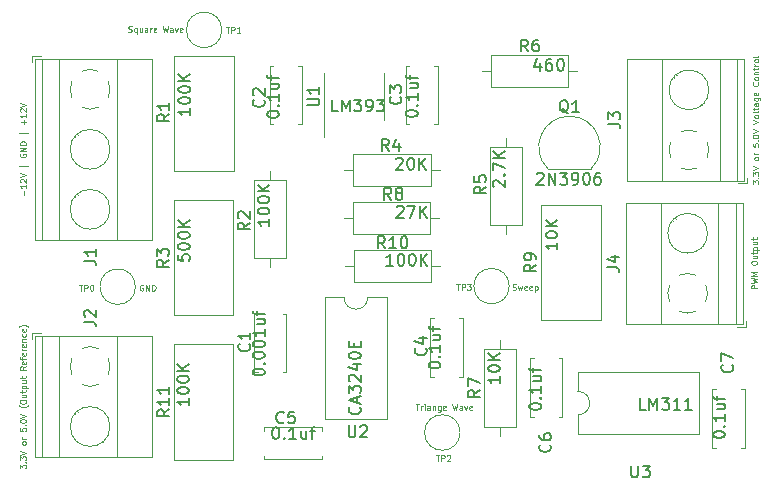
<source format=gbr>
%TF.GenerationSoftware,KiCad,Pcbnew,5.1.10-88a1d61d58~90~ubuntu20.04.1*%
%TF.CreationDate,2021-07-21T12:39:05-04:00*%
%TF.ProjectId,VoltageControlledPWM,566f6c74-6167-4654-936f-6e74726f6c6c,V1.0*%
%TF.SameCoordinates,Original*%
%TF.FileFunction,Legend,Top*%
%TF.FilePolarity,Positive*%
%FSLAX46Y46*%
G04 Gerber Fmt 4.6, Leading zero omitted, Abs format (unit mm)*
G04 Created by KiCad (PCBNEW 5.1.10-88a1d61d58~90~ubuntu20.04.1) date 2021-07-21 12:39:05*
%MOMM*%
%LPD*%
G01*
G04 APERTURE LIST*
%ADD10C,0.120000*%
%ADD11C,0.100000*%
%ADD12C,0.150000*%
G04 APERTURE END LIST*
D10*
%TO.C,TP0*%
X102693600Y-103581200D02*
G75*
G03*
X102693600Y-103581200I-1500000J0D01*
G01*
%TO.C,TP3*%
X134342000Y-103530400D02*
G75*
G03*
X134342000Y-103530400I-1500000J0D01*
G01*
%TO.C,TP2*%
X130176400Y-115925600D02*
G75*
G03*
X130176400Y-115925600I-1500000J0D01*
G01*
%TO.C,TP1*%
X110008800Y-81838800D02*
G75*
G03*
X110008800Y-81838800I-1500000J0D01*
G01*
%TO.C,R11*%
X105928000Y-118219800D02*
X105928000Y-108449800D01*
X110998000Y-118219800D02*
X110998000Y-108449800D01*
X105928000Y-118219800D02*
X110998000Y-118219800D01*
X105928000Y-108449800D02*
X110998000Y-108449800D01*
%TO.C,R9*%
X137017600Y-106434200D02*
X137017600Y-96664200D01*
X142087600Y-106434200D02*
X142087600Y-96664200D01*
X137017600Y-106434200D02*
X142087600Y-106434200D01*
X137017600Y-96664200D02*
X142087600Y-96664200D01*
%TO.C,R3*%
X105928000Y-105977000D02*
X105928000Y-96207000D01*
X110998000Y-105977000D02*
X110998000Y-96207000D01*
X105928000Y-105977000D02*
X110998000Y-105977000D01*
X105928000Y-96207000D02*
X110998000Y-96207000D01*
%TO.C,R1*%
X105978800Y-93785000D02*
X105978800Y-84015000D01*
X111048800Y-93785000D02*
X111048800Y-84015000D01*
X105978800Y-93785000D02*
X111048800Y-93785000D01*
X105978800Y-84015000D02*
X111048800Y-84015000D01*
%TO.C,C1*%
X113041800Y-110837200D02*
X112726800Y-110837200D01*
X115466800Y-110837200D02*
X115151800Y-110837200D01*
X113041800Y-105897200D02*
X112726800Y-105897200D01*
X115466800Y-105897200D02*
X115151800Y-105897200D01*
X112726800Y-105897200D02*
X112726800Y-110837200D01*
X115466800Y-105897200D02*
X115466800Y-110837200D01*
%TO.C,C2*%
X114362600Y-89806000D02*
X114047600Y-89806000D01*
X116787600Y-89806000D02*
X116472600Y-89806000D01*
X114362600Y-84866000D02*
X114047600Y-84866000D01*
X116787600Y-84866000D02*
X116472600Y-84866000D01*
X114047600Y-84866000D02*
X114047600Y-89806000D01*
X116787600Y-84866000D02*
X116787600Y-89806000D01*
%TO.C,C4*%
X130402000Y-106252800D02*
X130402000Y-111192800D01*
X127662000Y-106252800D02*
X127662000Y-111192800D01*
X130402000Y-106252800D02*
X130087000Y-106252800D01*
X127977000Y-106252800D02*
X127662000Y-106252800D01*
X130402000Y-111192800D02*
X130087000Y-111192800D01*
X127977000Y-111192800D02*
X127662000Y-111192800D01*
%TO.C,C6*%
X136409800Y-114596400D02*
X136094800Y-114596400D01*
X138834800Y-114596400D02*
X138519800Y-114596400D01*
X136409800Y-109656400D02*
X136094800Y-109656400D01*
X138834800Y-109656400D02*
X138519800Y-109656400D01*
X136094800Y-109656400D02*
X136094800Y-114596400D01*
X138834800Y-109656400D02*
X138834800Y-114596400D01*
%TO.C,C3*%
X125579200Y-89835200D02*
X125579200Y-84895200D01*
X128319200Y-89835200D02*
X128319200Y-84895200D01*
X125579200Y-89835200D02*
X125894200Y-89835200D01*
X128004200Y-89835200D02*
X128319200Y-89835200D01*
X125579200Y-84895200D02*
X125894200Y-84895200D01*
X128004200Y-84895200D02*
X128319200Y-84895200D01*
%TO.C,C5*%
X118486400Y-118210000D02*
X113546400Y-118210000D01*
X118486400Y-115470000D02*
X113546400Y-115470000D01*
X118486400Y-118210000D02*
X118486400Y-117895000D01*
X118486400Y-115785000D02*
X118486400Y-115470000D01*
X113546400Y-118210000D02*
X113546400Y-117895000D01*
X113546400Y-115785000D02*
X113546400Y-115470000D01*
%TO.C,C7*%
X153963000Y-112276400D02*
X154278000Y-112276400D01*
X151538000Y-112276400D02*
X151853000Y-112276400D01*
X153963000Y-117216400D02*
X154278000Y-117216400D01*
X151538000Y-117216400D02*
X151853000Y-117216400D01*
X154278000Y-117216400D02*
X154278000Y-112276400D01*
X151538000Y-117216400D02*
X151538000Y-112276400D01*
%TO.C,J1*%
X93956800Y-84028000D02*
X93956800Y-84528000D01*
X94696800Y-84028000D02*
X93956800Y-84028000D01*
X97833800Y-95801000D02*
X97787800Y-95754000D01*
X100131800Y-98098000D02*
X100095800Y-98063000D01*
X97617800Y-95994000D02*
X97582800Y-95959000D01*
X99925800Y-98303000D02*
X99879800Y-98256000D01*
X97833800Y-90721000D02*
X97787800Y-90674000D01*
X100131800Y-93018000D02*
X100095800Y-92983000D01*
X97617800Y-90914000D02*
X97582800Y-90879000D01*
X99925800Y-93223000D02*
X99879800Y-93176000D01*
X104117800Y-99628000D02*
X94196800Y-99628000D01*
X104117800Y-84268000D02*
X94196800Y-84268000D01*
X94196800Y-84268000D02*
X94196800Y-99628000D01*
X104117800Y-84268000D02*
X104117800Y-99628000D01*
X101157800Y-84268000D02*
X101157800Y-99628000D01*
X96256800Y-84268000D02*
X96256800Y-99628000D01*
X94756800Y-84268000D02*
X94756800Y-99628000D01*
X100536800Y-97028000D02*
G75*
G03*
X100536800Y-97028000I-1680000J0D01*
G01*
X100536800Y-91948000D02*
G75*
G03*
X100536800Y-91948000I-1680000J0D01*
G01*
X97322044Y-87551318D02*
G75*
G02*
X97176800Y-86868000I1534756J683318D01*
G01*
X99539842Y-88403426D02*
G75*
G02*
X98172800Y-88403000I-683042J1535426D01*
G01*
X100392226Y-86184958D02*
G75*
G02*
X100391800Y-87552000I-1535426J-683042D01*
G01*
X98173758Y-85332574D02*
G75*
G02*
X99540800Y-85333000I683042J-1535426D01*
G01*
X97176547Y-86896805D02*
G75*
G02*
X97321800Y-86184000I1680253J28805D01*
G01*
%TO.C,J2*%
X93956800Y-107497600D02*
X93956800Y-107997600D01*
X94696800Y-107497600D02*
X93956800Y-107497600D01*
X97833800Y-114190600D02*
X97787800Y-114143600D01*
X100131800Y-116487600D02*
X100095800Y-116452600D01*
X97617800Y-114383600D02*
X97582800Y-114348600D01*
X99925800Y-116692600D02*
X99879800Y-116645600D01*
X104117800Y-118017600D02*
X94196800Y-118017600D01*
X104117800Y-107737600D02*
X94196800Y-107737600D01*
X94196800Y-107737600D02*
X94196800Y-118017600D01*
X104117800Y-107737600D02*
X104117800Y-118017600D01*
X101157800Y-107737600D02*
X101157800Y-118017600D01*
X96256800Y-107737600D02*
X96256800Y-118017600D01*
X94756800Y-107737600D02*
X94756800Y-118017600D01*
X100536800Y-115417600D02*
G75*
G03*
X100536800Y-115417600I-1680000J0D01*
G01*
X97322044Y-111020918D02*
G75*
G02*
X97176800Y-110337600I1534756J683318D01*
G01*
X99539842Y-111873026D02*
G75*
G02*
X98172800Y-111872600I-683042J1535426D01*
G01*
X100392226Y-109654558D02*
G75*
G02*
X100391800Y-111021600I-1535426J-683042D01*
G01*
X98173758Y-108802174D02*
G75*
G02*
X99540800Y-108802600I683042J-1535426D01*
G01*
X97176547Y-110366405D02*
G75*
G02*
X97321800Y-109653600I1680253J28805D01*
G01*
%TO.C,J3*%
X151235200Y-86918800D02*
G75*
G03*
X151235200Y-86918800I-1680000J0D01*
G01*
X153655200Y-94598800D02*
X153655200Y-84318800D01*
X152155200Y-94598800D02*
X152155200Y-84318800D01*
X147254200Y-94598800D02*
X147254200Y-84318800D01*
X144294200Y-94598800D02*
X144294200Y-84318800D01*
X154215200Y-94598800D02*
X154215200Y-84318800D01*
X144294200Y-94598800D02*
X154215200Y-94598800D01*
X144294200Y-84318800D02*
X154215200Y-84318800D01*
X148486200Y-85643800D02*
X148532200Y-85690800D01*
X150794200Y-87952800D02*
X150829200Y-87987800D01*
X148280200Y-85848800D02*
X148316200Y-85883800D01*
X150578200Y-88145800D02*
X150624200Y-88192800D01*
X153715200Y-94838800D02*
X154455200Y-94838800D01*
X154455200Y-94838800D02*
X154455200Y-94338800D01*
X151235453Y-91969995D02*
G75*
G02*
X151090200Y-92682800I-1680253J-28805D01*
G01*
X150238242Y-93534226D02*
G75*
G02*
X148871200Y-93533800I-683042J1535426D01*
G01*
X148019774Y-92681842D02*
G75*
G02*
X148020200Y-91314800I1535426J683042D01*
G01*
X148872158Y-90463374D02*
G75*
G02*
X150239200Y-90463800I683042J-1535426D01*
G01*
X151089956Y-91315482D02*
G75*
G02*
X151235200Y-91998800I-1534756J-683318D01*
G01*
%TO.C,J4*%
X154353600Y-106980000D02*
X154353600Y-106480000D01*
X153613600Y-106980000D02*
X154353600Y-106980000D01*
X150476600Y-100287000D02*
X150522600Y-100334000D01*
X148178600Y-97990000D02*
X148214600Y-98025000D01*
X150692600Y-100094000D02*
X150727600Y-100129000D01*
X148384600Y-97785000D02*
X148430600Y-97832000D01*
X144192600Y-96460000D02*
X154113600Y-96460000D01*
X144192600Y-106740000D02*
X154113600Y-106740000D01*
X154113600Y-106740000D02*
X154113600Y-96460000D01*
X144192600Y-106740000D02*
X144192600Y-96460000D01*
X147152600Y-106740000D02*
X147152600Y-96460000D01*
X152053600Y-106740000D02*
X152053600Y-96460000D01*
X153553600Y-106740000D02*
X153553600Y-96460000D01*
X151133600Y-99060000D02*
G75*
G03*
X151133600Y-99060000I-1680000J0D01*
G01*
X150988356Y-103456682D02*
G75*
G02*
X151133600Y-104140000I-1534756J-683318D01*
G01*
X148770558Y-102604574D02*
G75*
G02*
X150137600Y-102605000I683042J-1535426D01*
G01*
X147918174Y-104823042D02*
G75*
G02*
X147918600Y-103456000I1535426J683042D01*
G01*
X150136642Y-105675426D02*
G75*
G02*
X148769600Y-105675000I-683042J1535426D01*
G01*
X151133853Y-104111195D02*
G75*
G02*
X150988600Y-104824000I-1680253J-28805D01*
G01*
%TO.C,Q1*%
X137646000Y-93594800D02*
X141246000Y-93594800D01*
X137607522Y-93583278D02*
G75*
G02*
X139446000Y-89144800I1838478J1838478D01*
G01*
X141284478Y-93583278D02*
G75*
G03*
X139446000Y-89144800I-1838478J1838478D01*
G01*
%TO.C,R2*%
X114096800Y-93800800D02*
X114096800Y-94570800D01*
X114096800Y-101880800D02*
X114096800Y-101110800D01*
X112726800Y-94570800D02*
X112726800Y-101110800D01*
X115466800Y-94570800D02*
X112726800Y-94570800D01*
X115466800Y-101110800D02*
X115466800Y-94570800D01*
X112726800Y-101110800D02*
X115466800Y-101110800D01*
%TO.C,R4*%
X120369200Y-93675200D02*
X121139200Y-93675200D01*
X128449200Y-93675200D02*
X127679200Y-93675200D01*
X121139200Y-95045200D02*
X127679200Y-95045200D01*
X121139200Y-92305200D02*
X121139200Y-95045200D01*
X127679200Y-92305200D02*
X121139200Y-92305200D01*
X127679200Y-95045200D02*
X127679200Y-92305200D01*
%TO.C,R5*%
X132691200Y-98316800D02*
X135431200Y-98316800D01*
X135431200Y-98316800D02*
X135431200Y-91776800D01*
X135431200Y-91776800D02*
X132691200Y-91776800D01*
X132691200Y-91776800D02*
X132691200Y-98316800D01*
X134061200Y-99086800D02*
X134061200Y-98316800D01*
X134061200Y-91006800D02*
X134061200Y-91776800D01*
%TO.C,R6*%
X132002400Y-85293200D02*
X132772400Y-85293200D01*
X140082400Y-85293200D02*
X139312400Y-85293200D01*
X132772400Y-86663200D02*
X139312400Y-86663200D01*
X132772400Y-83923200D02*
X132772400Y-86663200D01*
X139312400Y-83923200D02*
X132772400Y-83923200D01*
X139312400Y-86663200D02*
X139312400Y-83923200D01*
%TO.C,R7*%
X133553200Y-108126400D02*
X133553200Y-108896400D01*
X133553200Y-116206400D02*
X133553200Y-115436400D01*
X132183200Y-108896400D02*
X132183200Y-115436400D01*
X134923200Y-108896400D02*
X132183200Y-108896400D01*
X134923200Y-115436400D02*
X134923200Y-108896400D01*
X132183200Y-115436400D02*
X134923200Y-115436400D01*
%TO.C,R8*%
X127628400Y-99109200D02*
X127628400Y-96369200D01*
X127628400Y-96369200D02*
X121088400Y-96369200D01*
X121088400Y-96369200D02*
X121088400Y-99109200D01*
X121088400Y-99109200D02*
X127628400Y-99109200D01*
X128398400Y-97739200D02*
X127628400Y-97739200D01*
X120318400Y-97739200D02*
X121088400Y-97739200D01*
%TO.C,R10*%
X127730000Y-103173200D02*
X127730000Y-100433200D01*
X127730000Y-100433200D02*
X121190000Y-100433200D01*
X121190000Y-100433200D02*
X121190000Y-103173200D01*
X121190000Y-103173200D02*
X127730000Y-103173200D01*
X128500000Y-101803200D02*
X127730000Y-101803200D01*
X120420000Y-101803200D02*
X121190000Y-101803200D01*
%TO.C,U1*%
X118648800Y-87477600D02*
X118648800Y-90927600D01*
X118648800Y-87477600D02*
X118648800Y-85527600D01*
X123768800Y-87477600D02*
X123768800Y-89427600D01*
X123768800Y-87477600D02*
X123768800Y-85527600D01*
%TO.C,U2*%
X120361200Y-104486400D02*
X118711200Y-104486400D01*
X118711200Y-104486400D02*
X118711200Y-114766400D01*
X118711200Y-114766400D02*
X124011200Y-114766400D01*
X124011200Y-114766400D02*
X124011200Y-104486400D01*
X124011200Y-104486400D02*
X122361200Y-104486400D01*
X122361200Y-104486400D02*
G75*
G02*
X120361200Y-104486400I-1000000J0D01*
G01*
%TO.C,U3*%
X140148000Y-110786400D02*
X140148000Y-112436400D01*
X150428000Y-110786400D02*
X140148000Y-110786400D01*
X150428000Y-116086400D02*
X150428000Y-110786400D01*
X140148000Y-116086400D02*
X150428000Y-116086400D01*
X140148000Y-114436400D02*
X140148000Y-116086400D01*
X140148000Y-112436400D02*
G75*
G02*
X140148000Y-114436400I0J-1000000D01*
G01*
%TO.C,TP0*%
D11*
X97921047Y-103408990D02*
X98206761Y-103408990D01*
X98063904Y-103908990D02*
X98063904Y-103408990D01*
X98373428Y-103908990D02*
X98373428Y-103408990D01*
X98563904Y-103408990D01*
X98611523Y-103432800D01*
X98635333Y-103456609D01*
X98659142Y-103504228D01*
X98659142Y-103575657D01*
X98635333Y-103623276D01*
X98611523Y-103647085D01*
X98563904Y-103670895D01*
X98373428Y-103670895D01*
X98968666Y-103408990D02*
X99016285Y-103408990D01*
X99063904Y-103432800D01*
X99087714Y-103456609D01*
X99111523Y-103504228D01*
X99135333Y-103599466D01*
X99135333Y-103718514D01*
X99111523Y-103813752D01*
X99087714Y-103861371D01*
X99063904Y-103885180D01*
X99016285Y-103908990D01*
X98968666Y-103908990D01*
X98921047Y-103885180D01*
X98897238Y-103861371D01*
X98873428Y-103813752D01*
X98849619Y-103718514D01*
X98849619Y-103599466D01*
X98873428Y-103504228D01*
X98897238Y-103456609D01*
X98921047Y-103432800D01*
X98968666Y-103408990D01*
X103352647Y-103432800D02*
X103305028Y-103408990D01*
X103233600Y-103408990D01*
X103162171Y-103432800D01*
X103114552Y-103480419D01*
X103090742Y-103528038D01*
X103066933Y-103623276D01*
X103066933Y-103694704D01*
X103090742Y-103789942D01*
X103114552Y-103837561D01*
X103162171Y-103885180D01*
X103233600Y-103908990D01*
X103281219Y-103908990D01*
X103352647Y-103885180D01*
X103376457Y-103861371D01*
X103376457Y-103694704D01*
X103281219Y-103694704D01*
X103590742Y-103908990D02*
X103590742Y-103408990D01*
X103876457Y-103908990D01*
X103876457Y-103408990D01*
X104114552Y-103908990D02*
X104114552Y-103408990D01*
X104233600Y-103408990D01*
X104305028Y-103432800D01*
X104352647Y-103480419D01*
X104376457Y-103528038D01*
X104400266Y-103623276D01*
X104400266Y-103694704D01*
X104376457Y-103789942D01*
X104352647Y-103837561D01*
X104305028Y-103885180D01*
X104233600Y-103908990D01*
X104114552Y-103908990D01*
%TO.C,TP3*%
X129874247Y-103358190D02*
X130159961Y-103358190D01*
X130017104Y-103858190D02*
X130017104Y-103358190D01*
X130326628Y-103858190D02*
X130326628Y-103358190D01*
X130517104Y-103358190D01*
X130564723Y-103382000D01*
X130588533Y-103405809D01*
X130612342Y-103453428D01*
X130612342Y-103524857D01*
X130588533Y-103572476D01*
X130564723Y-103596285D01*
X130517104Y-103620095D01*
X130326628Y-103620095D01*
X130779009Y-103358190D02*
X131088533Y-103358190D01*
X130921866Y-103548666D01*
X130993295Y-103548666D01*
X131040914Y-103572476D01*
X131064723Y-103596285D01*
X131088533Y-103643904D01*
X131088533Y-103762952D01*
X131064723Y-103810571D01*
X131040914Y-103834380D01*
X130993295Y-103858190D01*
X130850438Y-103858190D01*
X130802819Y-103834380D01*
X130779009Y-103810571D01*
X134627276Y-103834380D02*
X134698704Y-103858190D01*
X134817752Y-103858190D01*
X134865371Y-103834380D01*
X134889180Y-103810571D01*
X134912990Y-103762952D01*
X134912990Y-103715333D01*
X134889180Y-103667714D01*
X134865371Y-103643904D01*
X134817752Y-103620095D01*
X134722514Y-103596285D01*
X134674895Y-103572476D01*
X134651085Y-103548666D01*
X134627276Y-103501047D01*
X134627276Y-103453428D01*
X134651085Y-103405809D01*
X134674895Y-103382000D01*
X134722514Y-103358190D01*
X134841561Y-103358190D01*
X134912990Y-103382000D01*
X135079657Y-103524857D02*
X135174895Y-103858190D01*
X135270133Y-103620095D01*
X135365371Y-103858190D01*
X135460609Y-103524857D01*
X135841561Y-103834380D02*
X135793942Y-103858190D01*
X135698704Y-103858190D01*
X135651085Y-103834380D01*
X135627276Y-103786761D01*
X135627276Y-103596285D01*
X135651085Y-103548666D01*
X135698704Y-103524857D01*
X135793942Y-103524857D01*
X135841561Y-103548666D01*
X135865371Y-103596285D01*
X135865371Y-103643904D01*
X135627276Y-103691523D01*
X136270133Y-103834380D02*
X136222514Y-103858190D01*
X136127276Y-103858190D01*
X136079657Y-103834380D01*
X136055847Y-103786761D01*
X136055847Y-103596285D01*
X136079657Y-103548666D01*
X136127276Y-103524857D01*
X136222514Y-103524857D01*
X136270133Y-103548666D01*
X136293942Y-103596285D01*
X136293942Y-103643904D01*
X136055847Y-103691523D01*
X136508228Y-103524857D02*
X136508228Y-104024857D01*
X136508228Y-103548666D02*
X136555847Y-103524857D01*
X136651085Y-103524857D01*
X136698704Y-103548666D01*
X136722514Y-103572476D01*
X136746323Y-103620095D01*
X136746323Y-103762952D01*
X136722514Y-103810571D01*
X136698704Y-103834380D01*
X136651085Y-103858190D01*
X136555847Y-103858190D01*
X136508228Y-103834380D01*
%TO.C,TP2*%
X128147047Y-117836190D02*
X128432761Y-117836190D01*
X128289904Y-118336190D02*
X128289904Y-117836190D01*
X128599428Y-118336190D02*
X128599428Y-117836190D01*
X128789904Y-117836190D01*
X128837523Y-117860000D01*
X128861333Y-117883809D01*
X128885142Y-117931428D01*
X128885142Y-118002857D01*
X128861333Y-118050476D01*
X128837523Y-118074285D01*
X128789904Y-118098095D01*
X128599428Y-118098095D01*
X129075619Y-117883809D02*
X129099428Y-117860000D01*
X129147047Y-117836190D01*
X129266095Y-117836190D01*
X129313714Y-117860000D01*
X129337523Y-117883809D01*
X129361333Y-117931428D01*
X129361333Y-117979047D01*
X129337523Y-118050476D01*
X129051809Y-118336190D01*
X129361333Y-118336190D01*
X126412133Y-113518190D02*
X126697847Y-113518190D01*
X126554990Y-114018190D02*
X126554990Y-113518190D01*
X126864514Y-114018190D02*
X126864514Y-113684857D01*
X126864514Y-113780095D02*
X126888323Y-113732476D01*
X126912133Y-113708666D01*
X126959752Y-113684857D01*
X127007371Y-113684857D01*
X127174038Y-114018190D02*
X127174038Y-113684857D01*
X127174038Y-113518190D02*
X127150228Y-113542000D01*
X127174038Y-113565809D01*
X127197847Y-113542000D01*
X127174038Y-113518190D01*
X127174038Y-113565809D01*
X127626419Y-114018190D02*
X127626419Y-113756285D01*
X127602609Y-113708666D01*
X127554990Y-113684857D01*
X127459752Y-113684857D01*
X127412133Y-113708666D01*
X127626419Y-113994380D02*
X127578800Y-114018190D01*
X127459752Y-114018190D01*
X127412133Y-113994380D01*
X127388323Y-113946761D01*
X127388323Y-113899142D01*
X127412133Y-113851523D01*
X127459752Y-113827714D01*
X127578800Y-113827714D01*
X127626419Y-113803904D01*
X127864514Y-113684857D02*
X127864514Y-114018190D01*
X127864514Y-113732476D02*
X127888323Y-113708666D01*
X127935942Y-113684857D01*
X128007371Y-113684857D01*
X128054990Y-113708666D01*
X128078800Y-113756285D01*
X128078800Y-114018190D01*
X128531180Y-113684857D02*
X128531180Y-114089619D01*
X128507371Y-114137238D01*
X128483561Y-114161047D01*
X128435942Y-114184857D01*
X128364514Y-114184857D01*
X128316895Y-114161047D01*
X128531180Y-113994380D02*
X128483561Y-114018190D01*
X128388323Y-114018190D01*
X128340704Y-113994380D01*
X128316895Y-113970571D01*
X128293085Y-113922952D01*
X128293085Y-113780095D01*
X128316895Y-113732476D01*
X128340704Y-113708666D01*
X128388323Y-113684857D01*
X128483561Y-113684857D01*
X128531180Y-113708666D01*
X128959752Y-113994380D02*
X128912133Y-114018190D01*
X128816895Y-114018190D01*
X128769276Y-113994380D01*
X128745466Y-113946761D01*
X128745466Y-113756285D01*
X128769276Y-113708666D01*
X128816895Y-113684857D01*
X128912133Y-113684857D01*
X128959752Y-113708666D01*
X128983561Y-113756285D01*
X128983561Y-113803904D01*
X128745466Y-113851523D01*
X129531180Y-113518190D02*
X129650228Y-114018190D01*
X129745466Y-113661047D01*
X129840704Y-114018190D01*
X129959752Y-113518190D01*
X130364514Y-114018190D02*
X130364514Y-113756285D01*
X130340704Y-113708666D01*
X130293085Y-113684857D01*
X130197847Y-113684857D01*
X130150228Y-113708666D01*
X130364514Y-113994380D02*
X130316895Y-114018190D01*
X130197847Y-114018190D01*
X130150228Y-113994380D01*
X130126419Y-113946761D01*
X130126419Y-113899142D01*
X130150228Y-113851523D01*
X130197847Y-113827714D01*
X130316895Y-113827714D01*
X130364514Y-113803904D01*
X130554990Y-113684857D02*
X130674038Y-114018190D01*
X130793085Y-113684857D01*
X131174038Y-113994380D02*
X131126419Y-114018190D01*
X131031180Y-114018190D01*
X130983561Y-113994380D01*
X130959752Y-113946761D01*
X130959752Y-113756285D01*
X130983561Y-113708666D01*
X131031180Y-113684857D01*
X131126419Y-113684857D01*
X131174038Y-113708666D01*
X131197847Y-113756285D01*
X131197847Y-113803904D01*
X130959752Y-113851523D01*
%TO.C,TP1*%
X110367047Y-81564990D02*
X110652761Y-81564990D01*
X110509904Y-82064990D02*
X110509904Y-81564990D01*
X110819428Y-82064990D02*
X110819428Y-81564990D01*
X111009904Y-81564990D01*
X111057523Y-81588800D01*
X111081333Y-81612609D01*
X111105142Y-81660228D01*
X111105142Y-81731657D01*
X111081333Y-81779276D01*
X111057523Y-81803085D01*
X111009904Y-81826895D01*
X110819428Y-81826895D01*
X111581333Y-82064990D02*
X111295619Y-82064990D01*
X111438476Y-82064990D02*
X111438476Y-81564990D01*
X111390857Y-81636419D01*
X111343238Y-81684038D01*
X111295619Y-81707847D01*
X102096380Y-81990380D02*
X102167809Y-82014190D01*
X102286857Y-82014190D01*
X102334476Y-81990380D01*
X102358285Y-81966571D01*
X102382095Y-81918952D01*
X102382095Y-81871333D01*
X102358285Y-81823714D01*
X102334476Y-81799904D01*
X102286857Y-81776095D01*
X102191619Y-81752285D01*
X102144000Y-81728476D01*
X102120190Y-81704666D01*
X102096380Y-81657047D01*
X102096380Y-81609428D01*
X102120190Y-81561809D01*
X102144000Y-81538000D01*
X102191619Y-81514190D01*
X102310666Y-81514190D01*
X102382095Y-81538000D01*
X102810666Y-81680857D02*
X102810666Y-82180857D01*
X102810666Y-81990380D02*
X102763047Y-82014190D01*
X102667809Y-82014190D01*
X102620190Y-81990380D01*
X102596380Y-81966571D01*
X102572571Y-81918952D01*
X102572571Y-81776095D01*
X102596380Y-81728476D01*
X102620190Y-81704666D01*
X102667809Y-81680857D01*
X102763047Y-81680857D01*
X102810666Y-81704666D01*
X103263047Y-81680857D02*
X103263047Y-82014190D01*
X103048761Y-81680857D02*
X103048761Y-81942761D01*
X103072571Y-81990380D01*
X103120190Y-82014190D01*
X103191619Y-82014190D01*
X103239238Y-81990380D01*
X103263047Y-81966571D01*
X103715428Y-82014190D02*
X103715428Y-81752285D01*
X103691619Y-81704666D01*
X103644000Y-81680857D01*
X103548761Y-81680857D01*
X103501142Y-81704666D01*
X103715428Y-81990380D02*
X103667809Y-82014190D01*
X103548761Y-82014190D01*
X103501142Y-81990380D01*
X103477333Y-81942761D01*
X103477333Y-81895142D01*
X103501142Y-81847523D01*
X103548761Y-81823714D01*
X103667809Y-81823714D01*
X103715428Y-81799904D01*
X103953523Y-82014190D02*
X103953523Y-81680857D01*
X103953523Y-81776095D02*
X103977333Y-81728476D01*
X104001142Y-81704666D01*
X104048761Y-81680857D01*
X104096380Y-81680857D01*
X104453523Y-81990380D02*
X104405904Y-82014190D01*
X104310666Y-82014190D01*
X104263047Y-81990380D01*
X104239238Y-81942761D01*
X104239238Y-81752285D01*
X104263047Y-81704666D01*
X104310666Y-81680857D01*
X104405904Y-81680857D01*
X104453523Y-81704666D01*
X104477333Y-81752285D01*
X104477333Y-81799904D01*
X104239238Y-81847523D01*
X105024952Y-81514190D02*
X105144000Y-82014190D01*
X105239238Y-81657047D01*
X105334476Y-82014190D01*
X105453523Y-81514190D01*
X105858285Y-82014190D02*
X105858285Y-81752285D01*
X105834476Y-81704666D01*
X105786857Y-81680857D01*
X105691619Y-81680857D01*
X105644000Y-81704666D01*
X105858285Y-81990380D02*
X105810666Y-82014190D01*
X105691619Y-82014190D01*
X105644000Y-81990380D01*
X105620190Y-81942761D01*
X105620190Y-81895142D01*
X105644000Y-81847523D01*
X105691619Y-81823714D01*
X105810666Y-81823714D01*
X105858285Y-81799904D01*
X106048761Y-81680857D02*
X106167809Y-82014190D01*
X106286857Y-81680857D01*
X106667809Y-81990380D02*
X106620190Y-82014190D01*
X106524952Y-82014190D01*
X106477333Y-81990380D01*
X106453523Y-81942761D01*
X106453523Y-81752285D01*
X106477333Y-81704666D01*
X106524952Y-81680857D01*
X106620190Y-81680857D01*
X106667809Y-81704666D01*
X106691619Y-81752285D01*
X106691619Y-81799904D01*
X106453523Y-81847523D01*
%TO.C,R11*%
D12*
X105557580Y-113977657D02*
X105081390Y-114310990D01*
X105557580Y-114549085D02*
X104557580Y-114549085D01*
X104557580Y-114168133D01*
X104605200Y-114072895D01*
X104652819Y-114025276D01*
X104748057Y-113977657D01*
X104890914Y-113977657D01*
X104986152Y-114025276D01*
X105033771Y-114072895D01*
X105081390Y-114168133D01*
X105081390Y-114549085D01*
X105557580Y-113025276D02*
X105557580Y-113596704D01*
X105557580Y-113310990D02*
X104557580Y-113310990D01*
X104700438Y-113406228D01*
X104795676Y-113501466D01*
X104843295Y-113596704D01*
X105557580Y-112072895D02*
X105557580Y-112644323D01*
X105557580Y-112358609D02*
X104557580Y-112358609D01*
X104700438Y-112453847D01*
X104795676Y-112549085D01*
X104843295Y-112644323D01*
X107233980Y-113028266D02*
X107233980Y-113599695D01*
X107233980Y-113313980D02*
X106233980Y-113313980D01*
X106376838Y-113409219D01*
X106472076Y-113504457D01*
X106519695Y-113599695D01*
X106233980Y-112409219D02*
X106233980Y-112313980D01*
X106281600Y-112218742D01*
X106329219Y-112171123D01*
X106424457Y-112123504D01*
X106614933Y-112075885D01*
X106853028Y-112075885D01*
X107043504Y-112123504D01*
X107138742Y-112171123D01*
X107186361Y-112218742D01*
X107233980Y-112313980D01*
X107233980Y-112409219D01*
X107186361Y-112504457D01*
X107138742Y-112552076D01*
X107043504Y-112599695D01*
X106853028Y-112647314D01*
X106614933Y-112647314D01*
X106424457Y-112599695D01*
X106329219Y-112552076D01*
X106281600Y-112504457D01*
X106233980Y-112409219D01*
X106233980Y-111456838D02*
X106233980Y-111361600D01*
X106281600Y-111266361D01*
X106329219Y-111218742D01*
X106424457Y-111171123D01*
X106614933Y-111123504D01*
X106853028Y-111123504D01*
X107043504Y-111171123D01*
X107138742Y-111218742D01*
X107186361Y-111266361D01*
X107233980Y-111361600D01*
X107233980Y-111456838D01*
X107186361Y-111552076D01*
X107138742Y-111599695D01*
X107043504Y-111647314D01*
X106853028Y-111694933D01*
X106614933Y-111694933D01*
X106424457Y-111647314D01*
X106329219Y-111599695D01*
X106281600Y-111552076D01*
X106233980Y-111456838D01*
X107233980Y-110694933D02*
X106233980Y-110694933D01*
X107233980Y-110123504D02*
X106662552Y-110552076D01*
X106233980Y-110123504D02*
X106805409Y-110694933D01*
%TO.C,R9*%
X136596380Y-101715866D02*
X136120190Y-102049200D01*
X136596380Y-102287295D02*
X135596380Y-102287295D01*
X135596380Y-101906342D01*
X135644000Y-101811104D01*
X135691619Y-101763485D01*
X135786857Y-101715866D01*
X135929714Y-101715866D01*
X136024952Y-101763485D01*
X136072571Y-101811104D01*
X136120190Y-101906342D01*
X136120190Y-102287295D01*
X136596380Y-101239676D02*
X136596380Y-101049200D01*
X136548761Y-100953961D01*
X136501142Y-100906342D01*
X136358285Y-100811104D01*
X136167809Y-100763485D01*
X135786857Y-100763485D01*
X135691619Y-100811104D01*
X135644000Y-100858723D01*
X135596380Y-100953961D01*
X135596380Y-101144438D01*
X135644000Y-101239676D01*
X135691619Y-101287295D01*
X135786857Y-101334914D01*
X136024952Y-101334914D01*
X136120190Y-101287295D01*
X136167809Y-101239676D01*
X136215428Y-101144438D01*
X136215428Y-100953961D01*
X136167809Y-100858723D01*
X136120190Y-100811104D01*
X136024952Y-100763485D01*
X138425180Y-99852076D02*
X138425180Y-100423504D01*
X138425180Y-100137790D02*
X137425180Y-100137790D01*
X137568038Y-100233028D01*
X137663276Y-100328266D01*
X137710895Y-100423504D01*
X137425180Y-99233028D02*
X137425180Y-99137790D01*
X137472800Y-99042552D01*
X137520419Y-98994933D01*
X137615657Y-98947314D01*
X137806133Y-98899695D01*
X138044228Y-98899695D01*
X138234704Y-98947314D01*
X138329942Y-98994933D01*
X138377561Y-99042552D01*
X138425180Y-99137790D01*
X138425180Y-99233028D01*
X138377561Y-99328266D01*
X138329942Y-99375885D01*
X138234704Y-99423504D01*
X138044228Y-99471123D01*
X137806133Y-99471123D01*
X137615657Y-99423504D01*
X137520419Y-99375885D01*
X137472800Y-99328266D01*
X137425180Y-99233028D01*
X138425180Y-98471123D02*
X137425180Y-98471123D01*
X138425180Y-97899695D02*
X137853752Y-98328266D01*
X137425180Y-97899695D02*
X137996609Y-98471123D01*
%TO.C,R3*%
X105506780Y-101309466D02*
X105030590Y-101642800D01*
X105506780Y-101880895D02*
X104506780Y-101880895D01*
X104506780Y-101499942D01*
X104554400Y-101404704D01*
X104602019Y-101357085D01*
X104697257Y-101309466D01*
X104840114Y-101309466D01*
X104935352Y-101357085D01*
X104982971Y-101404704D01*
X105030590Y-101499942D01*
X105030590Y-101880895D01*
X104506780Y-100976133D02*
X104506780Y-100357085D01*
X104887733Y-100690419D01*
X104887733Y-100547561D01*
X104935352Y-100452323D01*
X104982971Y-100404704D01*
X105078209Y-100357085D01*
X105316304Y-100357085D01*
X105411542Y-100404704D01*
X105459161Y-100452323D01*
X105506780Y-100547561D01*
X105506780Y-100833276D01*
X105459161Y-100928514D01*
X105411542Y-100976133D01*
X106284780Y-100883885D02*
X106284780Y-101360076D01*
X106760971Y-101407695D01*
X106713352Y-101360076D01*
X106665733Y-101264838D01*
X106665733Y-101026742D01*
X106713352Y-100931504D01*
X106760971Y-100883885D01*
X106856209Y-100836266D01*
X107094304Y-100836266D01*
X107189542Y-100883885D01*
X107237161Y-100931504D01*
X107284780Y-101026742D01*
X107284780Y-101264838D01*
X107237161Y-101360076D01*
X107189542Y-101407695D01*
X106284780Y-100217219D02*
X106284780Y-100121980D01*
X106332400Y-100026742D01*
X106380019Y-99979123D01*
X106475257Y-99931504D01*
X106665733Y-99883885D01*
X106903828Y-99883885D01*
X107094304Y-99931504D01*
X107189542Y-99979123D01*
X107237161Y-100026742D01*
X107284780Y-100121980D01*
X107284780Y-100217219D01*
X107237161Y-100312457D01*
X107189542Y-100360076D01*
X107094304Y-100407695D01*
X106903828Y-100455314D01*
X106665733Y-100455314D01*
X106475257Y-100407695D01*
X106380019Y-100360076D01*
X106332400Y-100312457D01*
X106284780Y-100217219D01*
X106284780Y-99264838D02*
X106284780Y-99169600D01*
X106332400Y-99074361D01*
X106380019Y-99026742D01*
X106475257Y-98979123D01*
X106665733Y-98931504D01*
X106903828Y-98931504D01*
X107094304Y-98979123D01*
X107189542Y-99026742D01*
X107237161Y-99074361D01*
X107284780Y-99169600D01*
X107284780Y-99264838D01*
X107237161Y-99360076D01*
X107189542Y-99407695D01*
X107094304Y-99455314D01*
X106903828Y-99502933D01*
X106665733Y-99502933D01*
X106475257Y-99455314D01*
X106380019Y-99407695D01*
X106332400Y-99360076D01*
X106284780Y-99264838D01*
X107284780Y-98502933D02*
X106284780Y-98502933D01*
X107284780Y-97931504D02*
X106713352Y-98360076D01*
X106284780Y-97931504D02*
X106856209Y-98502933D01*
%TO.C,R1*%
X105557580Y-88965066D02*
X105081390Y-89298400D01*
X105557580Y-89536495D02*
X104557580Y-89536495D01*
X104557580Y-89155542D01*
X104605200Y-89060304D01*
X104652819Y-89012685D01*
X104748057Y-88965066D01*
X104890914Y-88965066D01*
X104986152Y-89012685D01*
X105033771Y-89060304D01*
X105081390Y-89155542D01*
X105081390Y-89536495D01*
X105557580Y-88012685D02*
X105557580Y-88584114D01*
X105557580Y-88298400D02*
X104557580Y-88298400D01*
X104700438Y-88393638D01*
X104795676Y-88488876D01*
X104843295Y-88584114D01*
X107335580Y-88491866D02*
X107335580Y-89063295D01*
X107335580Y-88777580D02*
X106335580Y-88777580D01*
X106478438Y-88872819D01*
X106573676Y-88968057D01*
X106621295Y-89063295D01*
X106335580Y-87872819D02*
X106335580Y-87777580D01*
X106383200Y-87682342D01*
X106430819Y-87634723D01*
X106526057Y-87587104D01*
X106716533Y-87539485D01*
X106954628Y-87539485D01*
X107145104Y-87587104D01*
X107240342Y-87634723D01*
X107287961Y-87682342D01*
X107335580Y-87777580D01*
X107335580Y-87872819D01*
X107287961Y-87968057D01*
X107240342Y-88015676D01*
X107145104Y-88063295D01*
X106954628Y-88110914D01*
X106716533Y-88110914D01*
X106526057Y-88063295D01*
X106430819Y-88015676D01*
X106383200Y-87968057D01*
X106335580Y-87872819D01*
X106335580Y-86920438D02*
X106335580Y-86825200D01*
X106383200Y-86729961D01*
X106430819Y-86682342D01*
X106526057Y-86634723D01*
X106716533Y-86587104D01*
X106954628Y-86587104D01*
X107145104Y-86634723D01*
X107240342Y-86682342D01*
X107287961Y-86729961D01*
X107335580Y-86825200D01*
X107335580Y-86920438D01*
X107287961Y-87015676D01*
X107240342Y-87063295D01*
X107145104Y-87110914D01*
X106954628Y-87158533D01*
X106716533Y-87158533D01*
X106526057Y-87110914D01*
X106430819Y-87063295D01*
X106383200Y-87015676D01*
X106335580Y-86920438D01*
X107335580Y-86158533D02*
X106335580Y-86158533D01*
X107335580Y-85587104D02*
X106764152Y-86015676D01*
X106335580Y-85587104D02*
X106907009Y-86158533D01*
%TO.C,C1*%
X112320342Y-108421466D02*
X112367961Y-108469085D01*
X112415580Y-108611942D01*
X112415580Y-108707180D01*
X112367961Y-108850038D01*
X112272723Y-108945276D01*
X112177485Y-108992895D01*
X111987009Y-109040514D01*
X111844152Y-109040514D01*
X111653676Y-108992895D01*
X111558438Y-108945276D01*
X111463200Y-108850038D01*
X111415580Y-108707180D01*
X111415580Y-108611942D01*
X111463200Y-108469085D01*
X111510819Y-108421466D01*
X112415580Y-107469085D02*
X112415580Y-108040514D01*
X112415580Y-107754800D02*
X111415580Y-107754800D01*
X111558438Y-107850038D01*
X111653676Y-107945276D01*
X111701295Y-108040514D01*
X112634780Y-110859580D02*
X112634780Y-110764342D01*
X112682400Y-110669104D01*
X112730019Y-110621485D01*
X112825257Y-110573866D01*
X113015733Y-110526247D01*
X113253828Y-110526247D01*
X113444304Y-110573866D01*
X113539542Y-110621485D01*
X113587161Y-110669104D01*
X113634780Y-110764342D01*
X113634780Y-110859580D01*
X113587161Y-110954819D01*
X113539542Y-111002438D01*
X113444304Y-111050057D01*
X113253828Y-111097676D01*
X113015733Y-111097676D01*
X112825257Y-111050057D01*
X112730019Y-111002438D01*
X112682400Y-110954819D01*
X112634780Y-110859580D01*
X113539542Y-110097676D02*
X113587161Y-110050057D01*
X113634780Y-110097676D01*
X113587161Y-110145295D01*
X113539542Y-110097676D01*
X113634780Y-110097676D01*
X112634780Y-109431009D02*
X112634780Y-109335771D01*
X112682400Y-109240533D01*
X112730019Y-109192914D01*
X112825257Y-109145295D01*
X113015733Y-109097676D01*
X113253828Y-109097676D01*
X113444304Y-109145295D01*
X113539542Y-109192914D01*
X113587161Y-109240533D01*
X113634780Y-109335771D01*
X113634780Y-109431009D01*
X113587161Y-109526247D01*
X113539542Y-109573866D01*
X113444304Y-109621485D01*
X113253828Y-109669104D01*
X113015733Y-109669104D01*
X112825257Y-109621485D01*
X112730019Y-109573866D01*
X112682400Y-109526247D01*
X112634780Y-109431009D01*
X112634780Y-108478628D02*
X112634780Y-108383390D01*
X112682400Y-108288152D01*
X112730019Y-108240533D01*
X112825257Y-108192914D01*
X113015733Y-108145295D01*
X113253828Y-108145295D01*
X113444304Y-108192914D01*
X113539542Y-108240533D01*
X113587161Y-108288152D01*
X113634780Y-108383390D01*
X113634780Y-108478628D01*
X113587161Y-108573866D01*
X113539542Y-108621485D01*
X113444304Y-108669104D01*
X113253828Y-108716723D01*
X113015733Y-108716723D01*
X112825257Y-108669104D01*
X112730019Y-108621485D01*
X112682400Y-108573866D01*
X112634780Y-108478628D01*
X113634780Y-107192914D02*
X113634780Y-107764342D01*
X113634780Y-107478628D02*
X112634780Y-107478628D01*
X112777638Y-107573866D01*
X112872876Y-107669104D01*
X112920495Y-107764342D01*
X112968114Y-106335771D02*
X113634780Y-106335771D01*
X112968114Y-106764342D02*
X113491923Y-106764342D01*
X113587161Y-106716723D01*
X113634780Y-106621485D01*
X113634780Y-106478628D01*
X113587161Y-106383390D01*
X113539542Y-106335771D01*
X112968114Y-106002438D02*
X112968114Y-105621485D01*
X113634780Y-105859580D02*
X112777638Y-105859580D01*
X112682400Y-105811961D01*
X112634780Y-105716723D01*
X112634780Y-105621485D01*
%TO.C,C2*%
X113539542Y-87745866D02*
X113587161Y-87793485D01*
X113634780Y-87936342D01*
X113634780Y-88031580D01*
X113587161Y-88174438D01*
X113491923Y-88269676D01*
X113396685Y-88317295D01*
X113206209Y-88364914D01*
X113063352Y-88364914D01*
X112872876Y-88317295D01*
X112777638Y-88269676D01*
X112682400Y-88174438D01*
X112634780Y-88031580D01*
X112634780Y-87936342D01*
X112682400Y-87793485D01*
X112730019Y-87745866D01*
X112730019Y-87364914D02*
X112682400Y-87317295D01*
X112634780Y-87222057D01*
X112634780Y-86983961D01*
X112682400Y-86888723D01*
X112730019Y-86841104D01*
X112825257Y-86793485D01*
X112920495Y-86793485D01*
X113063352Y-86841104D01*
X113634780Y-87412533D01*
X113634780Y-86793485D01*
X113853980Y-89028400D02*
X113853980Y-88933161D01*
X113901600Y-88837923D01*
X113949219Y-88790304D01*
X114044457Y-88742685D01*
X114234933Y-88695066D01*
X114473028Y-88695066D01*
X114663504Y-88742685D01*
X114758742Y-88790304D01*
X114806361Y-88837923D01*
X114853980Y-88933161D01*
X114853980Y-89028400D01*
X114806361Y-89123638D01*
X114758742Y-89171257D01*
X114663504Y-89218876D01*
X114473028Y-89266495D01*
X114234933Y-89266495D01*
X114044457Y-89218876D01*
X113949219Y-89171257D01*
X113901600Y-89123638D01*
X113853980Y-89028400D01*
X114758742Y-88266495D02*
X114806361Y-88218876D01*
X114853980Y-88266495D01*
X114806361Y-88314114D01*
X114758742Y-88266495D01*
X114853980Y-88266495D01*
X114853980Y-87266495D02*
X114853980Y-87837923D01*
X114853980Y-87552209D02*
X113853980Y-87552209D01*
X113996838Y-87647447D01*
X114092076Y-87742685D01*
X114139695Y-87837923D01*
X114187314Y-86409352D02*
X114853980Y-86409352D01*
X114187314Y-86837923D02*
X114711123Y-86837923D01*
X114806361Y-86790304D01*
X114853980Y-86695066D01*
X114853980Y-86552209D01*
X114806361Y-86456971D01*
X114758742Y-86409352D01*
X114187314Y-86076019D02*
X114187314Y-85695066D01*
X114853980Y-85933161D02*
X113996838Y-85933161D01*
X113901600Y-85885542D01*
X113853980Y-85790304D01*
X113853980Y-85695066D01*
%TO.C,C4*%
X127255542Y-108777066D02*
X127303161Y-108824685D01*
X127350780Y-108967542D01*
X127350780Y-109062780D01*
X127303161Y-109205638D01*
X127207923Y-109300876D01*
X127112685Y-109348495D01*
X126922209Y-109396114D01*
X126779352Y-109396114D01*
X126588876Y-109348495D01*
X126493638Y-109300876D01*
X126398400Y-109205638D01*
X126350780Y-109062780D01*
X126350780Y-108967542D01*
X126398400Y-108824685D01*
X126446019Y-108777066D01*
X126684114Y-107919923D02*
X127350780Y-107919923D01*
X126303161Y-108158019D02*
X127017447Y-108396114D01*
X127017447Y-107777066D01*
X127519180Y-110262800D02*
X127519180Y-110167561D01*
X127566800Y-110072323D01*
X127614419Y-110024704D01*
X127709657Y-109977085D01*
X127900133Y-109929466D01*
X128138228Y-109929466D01*
X128328704Y-109977085D01*
X128423942Y-110024704D01*
X128471561Y-110072323D01*
X128519180Y-110167561D01*
X128519180Y-110262800D01*
X128471561Y-110358038D01*
X128423942Y-110405657D01*
X128328704Y-110453276D01*
X128138228Y-110500895D01*
X127900133Y-110500895D01*
X127709657Y-110453276D01*
X127614419Y-110405657D01*
X127566800Y-110358038D01*
X127519180Y-110262800D01*
X128423942Y-109500895D02*
X128471561Y-109453276D01*
X128519180Y-109500895D01*
X128471561Y-109548514D01*
X128423942Y-109500895D01*
X128519180Y-109500895D01*
X128519180Y-108500895D02*
X128519180Y-109072323D01*
X128519180Y-108786609D02*
X127519180Y-108786609D01*
X127662038Y-108881847D01*
X127757276Y-108977085D01*
X127804895Y-109072323D01*
X127852514Y-107643752D02*
X128519180Y-107643752D01*
X127852514Y-108072323D02*
X128376323Y-108072323D01*
X128471561Y-108024704D01*
X128519180Y-107929466D01*
X128519180Y-107786609D01*
X128471561Y-107691371D01*
X128423942Y-107643752D01*
X127852514Y-107310419D02*
X127852514Y-106929466D01*
X128519180Y-107167561D02*
X127662038Y-107167561D01*
X127566800Y-107119942D01*
X127519180Y-107024704D01*
X127519180Y-106929466D01*
%TO.C,C6*%
X137771142Y-116955866D02*
X137818761Y-117003485D01*
X137866380Y-117146342D01*
X137866380Y-117241580D01*
X137818761Y-117384438D01*
X137723523Y-117479676D01*
X137628285Y-117527295D01*
X137437809Y-117574914D01*
X137294952Y-117574914D01*
X137104476Y-117527295D01*
X137009238Y-117479676D01*
X136914000Y-117384438D01*
X136866380Y-117241580D01*
X136866380Y-117146342D01*
X136914000Y-117003485D01*
X136961619Y-116955866D01*
X136866380Y-116098723D02*
X136866380Y-116289200D01*
X136914000Y-116384438D01*
X136961619Y-116432057D01*
X137104476Y-116527295D01*
X137294952Y-116574914D01*
X137675904Y-116574914D01*
X137771142Y-116527295D01*
X137818761Y-116479676D01*
X137866380Y-116384438D01*
X137866380Y-116193961D01*
X137818761Y-116098723D01*
X137771142Y-116051104D01*
X137675904Y-116003485D01*
X137437809Y-116003485D01*
X137342571Y-116051104D01*
X137294952Y-116098723D01*
X137247333Y-116193961D01*
X137247333Y-116384438D01*
X137294952Y-116479676D01*
X137342571Y-116527295D01*
X137437809Y-116574914D01*
X136053580Y-113768000D02*
X136053580Y-113672761D01*
X136101200Y-113577523D01*
X136148819Y-113529904D01*
X136244057Y-113482285D01*
X136434533Y-113434666D01*
X136672628Y-113434666D01*
X136863104Y-113482285D01*
X136958342Y-113529904D01*
X137005961Y-113577523D01*
X137053580Y-113672761D01*
X137053580Y-113768000D01*
X137005961Y-113863238D01*
X136958342Y-113910857D01*
X136863104Y-113958476D01*
X136672628Y-114006095D01*
X136434533Y-114006095D01*
X136244057Y-113958476D01*
X136148819Y-113910857D01*
X136101200Y-113863238D01*
X136053580Y-113768000D01*
X136958342Y-113006095D02*
X137005961Y-112958476D01*
X137053580Y-113006095D01*
X137005961Y-113053714D01*
X136958342Y-113006095D01*
X137053580Y-113006095D01*
X137053580Y-112006095D02*
X137053580Y-112577523D01*
X137053580Y-112291809D02*
X136053580Y-112291809D01*
X136196438Y-112387047D01*
X136291676Y-112482285D01*
X136339295Y-112577523D01*
X136386914Y-111148952D02*
X137053580Y-111148952D01*
X136386914Y-111577523D02*
X136910723Y-111577523D01*
X137005961Y-111529904D01*
X137053580Y-111434666D01*
X137053580Y-111291809D01*
X137005961Y-111196571D01*
X136958342Y-111148952D01*
X136386914Y-110815619D02*
X136386914Y-110434666D01*
X137053580Y-110672761D02*
X136196438Y-110672761D01*
X136101200Y-110625142D01*
X136053580Y-110529904D01*
X136053580Y-110434666D01*
%TO.C,C3*%
X125121942Y-87491866D02*
X125169561Y-87539485D01*
X125217180Y-87682342D01*
X125217180Y-87777580D01*
X125169561Y-87920438D01*
X125074323Y-88015676D01*
X124979085Y-88063295D01*
X124788609Y-88110914D01*
X124645752Y-88110914D01*
X124455276Y-88063295D01*
X124360038Y-88015676D01*
X124264800Y-87920438D01*
X124217180Y-87777580D01*
X124217180Y-87682342D01*
X124264800Y-87539485D01*
X124312419Y-87491866D01*
X124217180Y-87158533D02*
X124217180Y-86539485D01*
X124598133Y-86872819D01*
X124598133Y-86729961D01*
X124645752Y-86634723D01*
X124693371Y-86587104D01*
X124788609Y-86539485D01*
X125026704Y-86539485D01*
X125121942Y-86587104D01*
X125169561Y-86634723D01*
X125217180Y-86729961D01*
X125217180Y-87015676D01*
X125169561Y-87110914D01*
X125121942Y-87158533D01*
X125588780Y-88977600D02*
X125588780Y-88882361D01*
X125636400Y-88787123D01*
X125684019Y-88739504D01*
X125779257Y-88691885D01*
X125969733Y-88644266D01*
X126207828Y-88644266D01*
X126398304Y-88691885D01*
X126493542Y-88739504D01*
X126541161Y-88787123D01*
X126588780Y-88882361D01*
X126588780Y-88977600D01*
X126541161Y-89072838D01*
X126493542Y-89120457D01*
X126398304Y-89168076D01*
X126207828Y-89215695D01*
X125969733Y-89215695D01*
X125779257Y-89168076D01*
X125684019Y-89120457D01*
X125636400Y-89072838D01*
X125588780Y-88977600D01*
X126493542Y-88215695D02*
X126541161Y-88168076D01*
X126588780Y-88215695D01*
X126541161Y-88263314D01*
X126493542Y-88215695D01*
X126588780Y-88215695D01*
X126588780Y-87215695D02*
X126588780Y-87787123D01*
X126588780Y-87501409D02*
X125588780Y-87501409D01*
X125731638Y-87596647D01*
X125826876Y-87691885D01*
X125874495Y-87787123D01*
X125922114Y-86358552D02*
X126588780Y-86358552D01*
X125922114Y-86787123D02*
X126445923Y-86787123D01*
X126541161Y-86739504D01*
X126588780Y-86644266D01*
X126588780Y-86501409D01*
X126541161Y-86406171D01*
X126493542Y-86358552D01*
X125922114Y-86025219D02*
X125922114Y-85644266D01*
X126588780Y-85882361D02*
X125731638Y-85882361D01*
X125636400Y-85834742D01*
X125588780Y-85739504D01*
X125588780Y-85644266D01*
%TO.C,C5*%
X115250933Y-115063542D02*
X115203314Y-115111161D01*
X115060457Y-115158780D01*
X114965219Y-115158780D01*
X114822361Y-115111161D01*
X114727123Y-115015923D01*
X114679504Y-114920685D01*
X114631885Y-114730209D01*
X114631885Y-114587352D01*
X114679504Y-114396876D01*
X114727123Y-114301638D01*
X114822361Y-114206400D01*
X114965219Y-114158780D01*
X115060457Y-114158780D01*
X115203314Y-114206400D01*
X115250933Y-114254019D01*
X116155695Y-114158780D02*
X115679504Y-114158780D01*
X115631885Y-114634971D01*
X115679504Y-114587352D01*
X115774742Y-114539733D01*
X116012838Y-114539733D01*
X116108076Y-114587352D01*
X116155695Y-114634971D01*
X116203314Y-114730209D01*
X116203314Y-114968304D01*
X116155695Y-115063542D01*
X116108076Y-115111161D01*
X116012838Y-115158780D01*
X115774742Y-115158780D01*
X115679504Y-115111161D01*
X115631885Y-115063542D01*
X114527200Y-115479580D02*
X114622438Y-115479580D01*
X114717676Y-115527200D01*
X114765295Y-115574819D01*
X114812914Y-115670057D01*
X114860533Y-115860533D01*
X114860533Y-116098628D01*
X114812914Y-116289104D01*
X114765295Y-116384342D01*
X114717676Y-116431961D01*
X114622438Y-116479580D01*
X114527200Y-116479580D01*
X114431961Y-116431961D01*
X114384342Y-116384342D01*
X114336723Y-116289104D01*
X114289104Y-116098628D01*
X114289104Y-115860533D01*
X114336723Y-115670057D01*
X114384342Y-115574819D01*
X114431961Y-115527200D01*
X114527200Y-115479580D01*
X115289104Y-116384342D02*
X115336723Y-116431961D01*
X115289104Y-116479580D01*
X115241485Y-116431961D01*
X115289104Y-116384342D01*
X115289104Y-116479580D01*
X116289104Y-116479580D02*
X115717676Y-116479580D01*
X116003390Y-116479580D02*
X116003390Y-115479580D01*
X115908152Y-115622438D01*
X115812914Y-115717676D01*
X115717676Y-115765295D01*
X117146247Y-115812914D02*
X117146247Y-116479580D01*
X116717676Y-115812914D02*
X116717676Y-116336723D01*
X116765295Y-116431961D01*
X116860533Y-116479580D01*
X117003390Y-116479580D01*
X117098628Y-116431961D01*
X117146247Y-116384342D01*
X117479580Y-115812914D02*
X117860533Y-115812914D01*
X117622438Y-116479580D02*
X117622438Y-115622438D01*
X117670057Y-115527200D01*
X117765295Y-115479580D01*
X117860533Y-115479580D01*
%TO.C,C7*%
X153214342Y-110199466D02*
X153261961Y-110247085D01*
X153309580Y-110389942D01*
X153309580Y-110485180D01*
X153261961Y-110628038D01*
X153166723Y-110723276D01*
X153071485Y-110770895D01*
X152881009Y-110818514D01*
X152738152Y-110818514D01*
X152547676Y-110770895D01*
X152452438Y-110723276D01*
X152357200Y-110628038D01*
X152309580Y-110485180D01*
X152309580Y-110389942D01*
X152357200Y-110247085D01*
X152404819Y-110199466D01*
X152309580Y-109866133D02*
X152309580Y-109199466D01*
X153309580Y-109628038D01*
X151598380Y-116155600D02*
X151598380Y-116060361D01*
X151646000Y-115965123D01*
X151693619Y-115917504D01*
X151788857Y-115869885D01*
X151979333Y-115822266D01*
X152217428Y-115822266D01*
X152407904Y-115869885D01*
X152503142Y-115917504D01*
X152550761Y-115965123D01*
X152598380Y-116060361D01*
X152598380Y-116155600D01*
X152550761Y-116250838D01*
X152503142Y-116298457D01*
X152407904Y-116346076D01*
X152217428Y-116393695D01*
X151979333Y-116393695D01*
X151788857Y-116346076D01*
X151693619Y-116298457D01*
X151646000Y-116250838D01*
X151598380Y-116155600D01*
X152503142Y-115393695D02*
X152550761Y-115346076D01*
X152598380Y-115393695D01*
X152550761Y-115441314D01*
X152503142Y-115393695D01*
X152598380Y-115393695D01*
X152598380Y-114393695D02*
X152598380Y-114965123D01*
X152598380Y-114679409D02*
X151598380Y-114679409D01*
X151741238Y-114774647D01*
X151836476Y-114869885D01*
X151884095Y-114965123D01*
X151931714Y-113536552D02*
X152598380Y-113536552D01*
X151931714Y-113965123D02*
X152455523Y-113965123D01*
X152550761Y-113917504D01*
X152598380Y-113822266D01*
X152598380Y-113679409D01*
X152550761Y-113584171D01*
X152503142Y-113536552D01*
X151931714Y-113203219D02*
X151931714Y-112822266D01*
X152598380Y-113060361D02*
X151741238Y-113060361D01*
X151646000Y-113012742D01*
X151598380Y-112917504D01*
X151598380Y-112822266D01*
%TO.C,J1*%
X98359980Y-101374533D02*
X99074266Y-101374533D01*
X99217123Y-101422152D01*
X99312361Y-101517390D01*
X99359980Y-101660247D01*
X99359980Y-101755485D01*
X99359980Y-100374533D02*
X99359980Y-100945961D01*
X99359980Y-100660247D02*
X98359980Y-100660247D01*
X98502838Y-100755485D01*
X98598076Y-100850723D01*
X98645695Y-100945961D01*
D11*
X93232514Y-95828952D02*
X93232514Y-95448000D01*
X93422990Y-94948000D02*
X93422990Y-95233714D01*
X93422990Y-95090857D02*
X92922990Y-95090857D01*
X92994419Y-95138476D01*
X93042038Y-95186095D01*
X93065847Y-95233714D01*
X92970609Y-94757523D02*
X92946800Y-94733714D01*
X92922990Y-94686095D01*
X92922990Y-94567047D01*
X92946800Y-94519428D01*
X92970609Y-94495619D01*
X93018228Y-94471809D01*
X93065847Y-94471809D01*
X93137276Y-94495619D01*
X93422990Y-94781333D01*
X93422990Y-94471809D01*
X92922990Y-94328952D02*
X93422990Y-94162285D01*
X92922990Y-93995619D01*
X93589657Y-93328952D02*
X92875371Y-93328952D01*
X92946800Y-92328952D02*
X92922990Y-92376571D01*
X92922990Y-92448000D01*
X92946800Y-92519428D01*
X92994419Y-92567047D01*
X93042038Y-92590857D01*
X93137276Y-92614666D01*
X93208704Y-92614666D01*
X93303942Y-92590857D01*
X93351561Y-92567047D01*
X93399180Y-92519428D01*
X93422990Y-92448000D01*
X93422990Y-92400380D01*
X93399180Y-92328952D01*
X93375371Y-92305142D01*
X93208704Y-92305142D01*
X93208704Y-92400380D01*
X93422990Y-92090857D02*
X92922990Y-92090857D01*
X93422990Y-91805142D01*
X92922990Y-91805142D01*
X93422990Y-91567047D02*
X92922990Y-91567047D01*
X92922990Y-91448000D01*
X92946800Y-91376571D01*
X92994419Y-91328952D01*
X93042038Y-91305142D01*
X93137276Y-91281333D01*
X93208704Y-91281333D01*
X93303942Y-91305142D01*
X93351561Y-91328952D01*
X93399180Y-91376571D01*
X93422990Y-91448000D01*
X93422990Y-91567047D01*
X93589657Y-90567047D02*
X92875371Y-90567047D01*
X93232514Y-89828952D02*
X93232514Y-89448000D01*
X93422990Y-89638476D02*
X93042038Y-89638476D01*
X93422990Y-88948000D02*
X93422990Y-89233714D01*
X93422990Y-89090857D02*
X92922990Y-89090857D01*
X92994419Y-89138476D01*
X93042038Y-89186095D01*
X93065847Y-89233714D01*
X92970609Y-88757523D02*
X92946800Y-88733714D01*
X92922990Y-88686095D01*
X92922990Y-88567047D01*
X92946800Y-88519428D01*
X92970609Y-88495619D01*
X93018228Y-88471809D01*
X93065847Y-88471809D01*
X93137276Y-88495619D01*
X93422990Y-88781333D01*
X93422990Y-88471809D01*
X92922990Y-88328952D02*
X93422990Y-88162285D01*
X92922990Y-87995619D01*
%TO.C,J2*%
D12*
X98359980Y-106556133D02*
X99074266Y-106556133D01*
X99217123Y-106603752D01*
X99312361Y-106698990D01*
X99359980Y-106841847D01*
X99359980Y-106937085D01*
X98455219Y-106127561D02*
X98407600Y-106079942D01*
X98359980Y-105984704D01*
X98359980Y-105746609D01*
X98407600Y-105651371D01*
X98455219Y-105603752D01*
X98550457Y-105556133D01*
X98645695Y-105556133D01*
X98788552Y-105603752D01*
X99359980Y-106175180D01*
X99359980Y-105556133D01*
D11*
X92922990Y-118972838D02*
X92922990Y-118663314D01*
X93113466Y-118829980D01*
X93113466Y-118758552D01*
X93137276Y-118710933D01*
X93161085Y-118687123D01*
X93208704Y-118663314D01*
X93327752Y-118663314D01*
X93375371Y-118687123D01*
X93399180Y-118710933D01*
X93422990Y-118758552D01*
X93422990Y-118901409D01*
X93399180Y-118949028D01*
X93375371Y-118972838D01*
X93375371Y-118449028D02*
X93399180Y-118425219D01*
X93422990Y-118449028D01*
X93399180Y-118472838D01*
X93375371Y-118449028D01*
X93422990Y-118449028D01*
X92922990Y-118258552D02*
X92922990Y-117949028D01*
X93113466Y-118115695D01*
X93113466Y-118044266D01*
X93137276Y-117996647D01*
X93161085Y-117972838D01*
X93208704Y-117949028D01*
X93327752Y-117949028D01*
X93375371Y-117972838D01*
X93399180Y-117996647D01*
X93422990Y-118044266D01*
X93422990Y-118187123D01*
X93399180Y-118234742D01*
X93375371Y-118258552D01*
X92922990Y-117806171D02*
X93422990Y-117639504D01*
X92922990Y-117472838D01*
X93422990Y-116853790D02*
X93399180Y-116901409D01*
X93375371Y-116925219D01*
X93327752Y-116949028D01*
X93184895Y-116949028D01*
X93137276Y-116925219D01*
X93113466Y-116901409D01*
X93089657Y-116853790D01*
X93089657Y-116782361D01*
X93113466Y-116734742D01*
X93137276Y-116710933D01*
X93184895Y-116687123D01*
X93327752Y-116687123D01*
X93375371Y-116710933D01*
X93399180Y-116734742D01*
X93422990Y-116782361D01*
X93422990Y-116853790D01*
X93422990Y-116472838D02*
X93089657Y-116472838D01*
X93184895Y-116472838D02*
X93137276Y-116449028D01*
X93113466Y-116425219D01*
X93089657Y-116377600D01*
X93089657Y-116329980D01*
X92922990Y-115544266D02*
X92922990Y-115782361D01*
X93161085Y-115806171D01*
X93137276Y-115782361D01*
X93113466Y-115734742D01*
X93113466Y-115615695D01*
X93137276Y-115568076D01*
X93161085Y-115544266D01*
X93208704Y-115520457D01*
X93327752Y-115520457D01*
X93375371Y-115544266D01*
X93399180Y-115568076D01*
X93422990Y-115615695D01*
X93422990Y-115734742D01*
X93399180Y-115782361D01*
X93375371Y-115806171D01*
X93375371Y-115306171D02*
X93399180Y-115282361D01*
X93422990Y-115306171D01*
X93399180Y-115329980D01*
X93375371Y-115306171D01*
X93422990Y-115306171D01*
X92922990Y-114972838D02*
X92922990Y-114925219D01*
X92946800Y-114877600D01*
X92970609Y-114853790D01*
X93018228Y-114829980D01*
X93113466Y-114806171D01*
X93232514Y-114806171D01*
X93327752Y-114829980D01*
X93375371Y-114853790D01*
X93399180Y-114877600D01*
X93422990Y-114925219D01*
X93422990Y-114972838D01*
X93399180Y-115020457D01*
X93375371Y-115044266D01*
X93327752Y-115068076D01*
X93232514Y-115091885D01*
X93113466Y-115091885D01*
X93018228Y-115068076D01*
X92970609Y-115044266D01*
X92946800Y-115020457D01*
X92922990Y-114972838D01*
X92922990Y-114663314D02*
X93422990Y-114496647D01*
X92922990Y-114329980D01*
X93613466Y-113639504D02*
X93589657Y-113663314D01*
X93518228Y-113710933D01*
X93470609Y-113734742D01*
X93399180Y-113758552D01*
X93280133Y-113782361D01*
X93184895Y-113782361D01*
X93065847Y-113758552D01*
X92994419Y-113734742D01*
X92946800Y-113710933D01*
X92875371Y-113663314D01*
X92851561Y-113639504D01*
X92922990Y-113353790D02*
X92922990Y-113258552D01*
X92946800Y-113210933D01*
X92994419Y-113163314D01*
X93089657Y-113139504D01*
X93256323Y-113139504D01*
X93351561Y-113163314D01*
X93399180Y-113210933D01*
X93422990Y-113258552D01*
X93422990Y-113353790D01*
X93399180Y-113401409D01*
X93351561Y-113449028D01*
X93256323Y-113472838D01*
X93089657Y-113472838D01*
X92994419Y-113449028D01*
X92946800Y-113401409D01*
X92922990Y-113353790D01*
X93089657Y-112710933D02*
X93422990Y-112710933D01*
X93089657Y-112925219D02*
X93351561Y-112925219D01*
X93399180Y-112901409D01*
X93422990Y-112853790D01*
X93422990Y-112782361D01*
X93399180Y-112734742D01*
X93375371Y-112710933D01*
X93089657Y-112544266D02*
X93089657Y-112353790D01*
X92922990Y-112472838D02*
X93351561Y-112472838D01*
X93399180Y-112449028D01*
X93422990Y-112401409D01*
X93422990Y-112353790D01*
X93089657Y-112187123D02*
X93589657Y-112187123D01*
X93113466Y-112187123D02*
X93089657Y-112139504D01*
X93089657Y-112044266D01*
X93113466Y-111996647D01*
X93137276Y-111972838D01*
X93184895Y-111949028D01*
X93327752Y-111949028D01*
X93375371Y-111972838D01*
X93399180Y-111996647D01*
X93422990Y-112044266D01*
X93422990Y-112139504D01*
X93399180Y-112187123D01*
X93089657Y-111520457D02*
X93422990Y-111520457D01*
X93089657Y-111734742D02*
X93351561Y-111734742D01*
X93399180Y-111710933D01*
X93422990Y-111663314D01*
X93422990Y-111591885D01*
X93399180Y-111544266D01*
X93375371Y-111520457D01*
X93089657Y-111353790D02*
X93089657Y-111163314D01*
X92922990Y-111282361D02*
X93351561Y-111282361D01*
X93399180Y-111258552D01*
X93422990Y-111210933D01*
X93422990Y-111163314D01*
X93422990Y-110329980D02*
X93184895Y-110496647D01*
X93422990Y-110615695D02*
X92922990Y-110615695D01*
X92922990Y-110425219D01*
X92946800Y-110377600D01*
X92970609Y-110353790D01*
X93018228Y-110329980D01*
X93089657Y-110329980D01*
X93137276Y-110353790D01*
X93161085Y-110377600D01*
X93184895Y-110425219D01*
X93184895Y-110615695D01*
X93399180Y-109925219D02*
X93422990Y-109972838D01*
X93422990Y-110068076D01*
X93399180Y-110115695D01*
X93351561Y-110139504D01*
X93161085Y-110139504D01*
X93113466Y-110115695D01*
X93089657Y-110068076D01*
X93089657Y-109972838D01*
X93113466Y-109925219D01*
X93161085Y-109901409D01*
X93208704Y-109901409D01*
X93256323Y-110139504D01*
X93089657Y-109758552D02*
X93089657Y-109568076D01*
X93422990Y-109687123D02*
X92994419Y-109687123D01*
X92946800Y-109663314D01*
X92922990Y-109615695D01*
X92922990Y-109568076D01*
X93399180Y-109210933D02*
X93422990Y-109258552D01*
X93422990Y-109353790D01*
X93399180Y-109401409D01*
X93351561Y-109425219D01*
X93161085Y-109425219D01*
X93113466Y-109401409D01*
X93089657Y-109353790D01*
X93089657Y-109258552D01*
X93113466Y-109210933D01*
X93161085Y-109187123D01*
X93208704Y-109187123D01*
X93256323Y-109425219D01*
X93422990Y-108972838D02*
X93089657Y-108972838D01*
X93184895Y-108972838D02*
X93137276Y-108949028D01*
X93113466Y-108925219D01*
X93089657Y-108877600D01*
X93089657Y-108829980D01*
X93399180Y-108472838D02*
X93422990Y-108520457D01*
X93422990Y-108615695D01*
X93399180Y-108663314D01*
X93351561Y-108687123D01*
X93161085Y-108687123D01*
X93113466Y-108663314D01*
X93089657Y-108615695D01*
X93089657Y-108520457D01*
X93113466Y-108472838D01*
X93161085Y-108449028D01*
X93208704Y-108449028D01*
X93256323Y-108687123D01*
X93089657Y-108234742D02*
X93422990Y-108234742D01*
X93137276Y-108234742D02*
X93113466Y-108210933D01*
X93089657Y-108163314D01*
X93089657Y-108091885D01*
X93113466Y-108044266D01*
X93161085Y-108020457D01*
X93422990Y-108020457D01*
X93399180Y-107568076D02*
X93422990Y-107615695D01*
X93422990Y-107710933D01*
X93399180Y-107758552D01*
X93375371Y-107782361D01*
X93327752Y-107806171D01*
X93184895Y-107806171D01*
X93137276Y-107782361D01*
X93113466Y-107758552D01*
X93089657Y-107710933D01*
X93089657Y-107615695D01*
X93113466Y-107568076D01*
X93399180Y-107163314D02*
X93422990Y-107210933D01*
X93422990Y-107306171D01*
X93399180Y-107353790D01*
X93351561Y-107377600D01*
X93161085Y-107377600D01*
X93113466Y-107353790D01*
X93089657Y-107306171D01*
X93089657Y-107210933D01*
X93113466Y-107163314D01*
X93161085Y-107139504D01*
X93208704Y-107139504D01*
X93256323Y-107377600D01*
X93613466Y-106972838D02*
X93589657Y-106949028D01*
X93518228Y-106901409D01*
X93470609Y-106877600D01*
X93399180Y-106853790D01*
X93280133Y-106829980D01*
X93184895Y-106829980D01*
X93065847Y-106853790D01*
X92994419Y-106877600D01*
X92946800Y-106901409D01*
X92875371Y-106949028D01*
X92851561Y-106972838D01*
%TO.C,J3*%
D12*
X142747580Y-89792133D02*
X143461866Y-89792133D01*
X143604723Y-89839752D01*
X143699961Y-89934990D01*
X143747580Y-90077847D01*
X143747580Y-90173085D01*
X142747580Y-89411180D02*
X142747580Y-88792133D01*
X143128533Y-89125466D01*
X143128533Y-88982609D01*
X143176152Y-88887371D01*
X143223771Y-88839752D01*
X143319009Y-88792133D01*
X143557104Y-88792133D01*
X143652342Y-88839752D01*
X143699961Y-88887371D01*
X143747580Y-88982609D01*
X143747580Y-89268323D01*
X143699961Y-89363561D01*
X143652342Y-89411180D01*
D11*
X154941390Y-94887371D02*
X154941390Y-94577847D01*
X155131866Y-94744514D01*
X155131866Y-94673085D01*
X155155676Y-94625466D01*
X155179485Y-94601657D01*
X155227104Y-94577847D01*
X155346152Y-94577847D01*
X155393771Y-94601657D01*
X155417580Y-94625466D01*
X155441390Y-94673085D01*
X155441390Y-94815942D01*
X155417580Y-94863561D01*
X155393771Y-94887371D01*
X155393771Y-94363561D02*
X155417580Y-94339752D01*
X155441390Y-94363561D01*
X155417580Y-94387371D01*
X155393771Y-94363561D01*
X155441390Y-94363561D01*
X154941390Y-94173085D02*
X154941390Y-93863561D01*
X155131866Y-94030228D01*
X155131866Y-93958800D01*
X155155676Y-93911180D01*
X155179485Y-93887371D01*
X155227104Y-93863561D01*
X155346152Y-93863561D01*
X155393771Y-93887371D01*
X155417580Y-93911180D01*
X155441390Y-93958800D01*
X155441390Y-94101657D01*
X155417580Y-94149276D01*
X155393771Y-94173085D01*
X154941390Y-93720704D02*
X155441390Y-93554038D01*
X154941390Y-93387371D01*
X155441390Y-92768323D02*
X155417580Y-92815942D01*
X155393771Y-92839752D01*
X155346152Y-92863561D01*
X155203295Y-92863561D01*
X155155676Y-92839752D01*
X155131866Y-92815942D01*
X155108057Y-92768323D01*
X155108057Y-92696895D01*
X155131866Y-92649276D01*
X155155676Y-92625466D01*
X155203295Y-92601657D01*
X155346152Y-92601657D01*
X155393771Y-92625466D01*
X155417580Y-92649276D01*
X155441390Y-92696895D01*
X155441390Y-92768323D01*
X155441390Y-92387371D02*
X155108057Y-92387371D01*
X155203295Y-92387371D02*
X155155676Y-92363561D01*
X155131866Y-92339752D01*
X155108057Y-92292133D01*
X155108057Y-92244514D01*
X154941390Y-91458800D02*
X154941390Y-91696895D01*
X155179485Y-91720704D01*
X155155676Y-91696895D01*
X155131866Y-91649276D01*
X155131866Y-91530228D01*
X155155676Y-91482609D01*
X155179485Y-91458800D01*
X155227104Y-91434990D01*
X155346152Y-91434990D01*
X155393771Y-91458800D01*
X155417580Y-91482609D01*
X155441390Y-91530228D01*
X155441390Y-91649276D01*
X155417580Y-91696895D01*
X155393771Y-91720704D01*
X155393771Y-91220704D02*
X155417580Y-91196895D01*
X155441390Y-91220704D01*
X155417580Y-91244514D01*
X155393771Y-91220704D01*
X155441390Y-91220704D01*
X154941390Y-90887371D02*
X154941390Y-90839752D01*
X154965200Y-90792133D01*
X154989009Y-90768323D01*
X155036628Y-90744514D01*
X155131866Y-90720704D01*
X155250914Y-90720704D01*
X155346152Y-90744514D01*
X155393771Y-90768323D01*
X155417580Y-90792133D01*
X155441390Y-90839752D01*
X155441390Y-90887371D01*
X155417580Y-90934990D01*
X155393771Y-90958800D01*
X155346152Y-90982609D01*
X155250914Y-91006419D01*
X155131866Y-91006419D01*
X155036628Y-90982609D01*
X154989009Y-90958800D01*
X154965200Y-90934990D01*
X154941390Y-90887371D01*
X154941390Y-90577847D02*
X155441390Y-90411180D01*
X154941390Y-90244514D01*
X154941390Y-89768323D02*
X155441390Y-89601657D01*
X154941390Y-89434990D01*
X155441390Y-89196895D02*
X155417580Y-89244514D01*
X155393771Y-89268323D01*
X155346152Y-89292133D01*
X155203295Y-89292133D01*
X155155676Y-89268323D01*
X155131866Y-89244514D01*
X155108057Y-89196895D01*
X155108057Y-89125466D01*
X155131866Y-89077847D01*
X155155676Y-89054038D01*
X155203295Y-89030228D01*
X155346152Y-89030228D01*
X155393771Y-89054038D01*
X155417580Y-89077847D01*
X155441390Y-89125466D01*
X155441390Y-89196895D01*
X155441390Y-88744514D02*
X155417580Y-88792133D01*
X155369961Y-88815942D01*
X154941390Y-88815942D01*
X155108057Y-88625466D02*
X155108057Y-88434990D01*
X154941390Y-88554038D02*
X155369961Y-88554038D01*
X155417580Y-88530228D01*
X155441390Y-88482609D01*
X155441390Y-88434990D01*
X155441390Y-88054038D02*
X155179485Y-88054038D01*
X155131866Y-88077847D01*
X155108057Y-88125466D01*
X155108057Y-88220704D01*
X155131866Y-88268323D01*
X155417580Y-88054038D02*
X155441390Y-88101657D01*
X155441390Y-88220704D01*
X155417580Y-88268323D01*
X155369961Y-88292133D01*
X155322342Y-88292133D01*
X155274723Y-88268323D01*
X155250914Y-88220704D01*
X155250914Y-88101657D01*
X155227104Y-88054038D01*
X155108057Y-87601657D02*
X155512819Y-87601657D01*
X155560438Y-87625466D01*
X155584247Y-87649276D01*
X155608057Y-87696895D01*
X155608057Y-87768323D01*
X155584247Y-87815942D01*
X155417580Y-87601657D02*
X155441390Y-87649276D01*
X155441390Y-87744514D01*
X155417580Y-87792133D01*
X155393771Y-87815942D01*
X155346152Y-87839752D01*
X155203295Y-87839752D01*
X155155676Y-87815942D01*
X155131866Y-87792133D01*
X155108057Y-87744514D01*
X155108057Y-87649276D01*
X155131866Y-87601657D01*
X155417580Y-87173085D02*
X155441390Y-87220704D01*
X155441390Y-87315942D01*
X155417580Y-87363561D01*
X155369961Y-87387371D01*
X155179485Y-87387371D01*
X155131866Y-87363561D01*
X155108057Y-87315942D01*
X155108057Y-87220704D01*
X155131866Y-87173085D01*
X155179485Y-87149276D01*
X155227104Y-87149276D01*
X155274723Y-87387371D01*
X155393771Y-86268323D02*
X155417580Y-86292133D01*
X155441390Y-86363561D01*
X155441390Y-86411180D01*
X155417580Y-86482609D01*
X155369961Y-86530228D01*
X155322342Y-86554038D01*
X155227104Y-86577847D01*
X155155676Y-86577847D01*
X155060438Y-86554038D01*
X155012819Y-86530228D01*
X154965200Y-86482609D01*
X154941390Y-86411180D01*
X154941390Y-86363561D01*
X154965200Y-86292133D01*
X154989009Y-86268323D01*
X155441390Y-85982609D02*
X155417580Y-86030228D01*
X155393771Y-86054038D01*
X155346152Y-86077847D01*
X155203295Y-86077847D01*
X155155676Y-86054038D01*
X155131866Y-86030228D01*
X155108057Y-85982609D01*
X155108057Y-85911180D01*
X155131866Y-85863561D01*
X155155676Y-85839752D01*
X155203295Y-85815942D01*
X155346152Y-85815942D01*
X155393771Y-85839752D01*
X155417580Y-85863561D01*
X155441390Y-85911180D01*
X155441390Y-85982609D01*
X155108057Y-85601657D02*
X155441390Y-85601657D01*
X155155676Y-85601657D02*
X155131866Y-85577847D01*
X155108057Y-85530228D01*
X155108057Y-85458800D01*
X155131866Y-85411180D01*
X155179485Y-85387371D01*
X155441390Y-85387371D01*
X155108057Y-85220704D02*
X155108057Y-85030228D01*
X154941390Y-85149276D02*
X155369961Y-85149276D01*
X155417580Y-85125466D01*
X155441390Y-85077847D01*
X155441390Y-85030228D01*
X155441390Y-84863561D02*
X155108057Y-84863561D01*
X155203295Y-84863561D02*
X155155676Y-84839752D01*
X155131866Y-84815942D01*
X155108057Y-84768323D01*
X155108057Y-84720704D01*
X155441390Y-84482609D02*
X155417580Y-84530228D01*
X155393771Y-84554038D01*
X155346152Y-84577847D01*
X155203295Y-84577847D01*
X155155676Y-84554038D01*
X155131866Y-84530228D01*
X155108057Y-84482609D01*
X155108057Y-84411180D01*
X155131866Y-84363561D01*
X155155676Y-84339752D01*
X155203295Y-84315942D01*
X155346152Y-84315942D01*
X155393771Y-84339752D01*
X155417580Y-84363561D01*
X155441390Y-84411180D01*
X155441390Y-84482609D01*
X155441390Y-84030228D02*
X155417580Y-84077847D01*
X155369961Y-84101657D01*
X154941390Y-84101657D01*
%TO.C,J4*%
D12*
X142645980Y-101933333D02*
X143360266Y-101933333D01*
X143503123Y-101980952D01*
X143598361Y-102076190D01*
X143645980Y-102219047D01*
X143645980Y-102314285D01*
X142979314Y-101028571D02*
X143645980Y-101028571D01*
X142598361Y-101266666D02*
X143312647Y-101504761D01*
X143312647Y-100885714D01*
D11*
X155339790Y-103719047D02*
X154839790Y-103719047D01*
X154839790Y-103528571D01*
X154863600Y-103480952D01*
X154887409Y-103457142D01*
X154935028Y-103433333D01*
X155006457Y-103433333D01*
X155054076Y-103457142D01*
X155077885Y-103480952D01*
X155101695Y-103528571D01*
X155101695Y-103719047D01*
X154839790Y-103266666D02*
X155339790Y-103147619D01*
X154982647Y-103052380D01*
X155339790Y-102957142D01*
X154839790Y-102838095D01*
X155339790Y-102647619D02*
X154839790Y-102647619D01*
X155196933Y-102480952D01*
X154839790Y-102314285D01*
X155339790Y-102314285D01*
X154839790Y-101600000D02*
X154839790Y-101504761D01*
X154863600Y-101457142D01*
X154911219Y-101409523D01*
X155006457Y-101385714D01*
X155173123Y-101385714D01*
X155268361Y-101409523D01*
X155315980Y-101457142D01*
X155339790Y-101504761D01*
X155339790Y-101600000D01*
X155315980Y-101647619D01*
X155268361Y-101695238D01*
X155173123Y-101719047D01*
X155006457Y-101719047D01*
X154911219Y-101695238D01*
X154863600Y-101647619D01*
X154839790Y-101600000D01*
X155006457Y-100957142D02*
X155339790Y-100957142D01*
X155006457Y-101171428D02*
X155268361Y-101171428D01*
X155315980Y-101147619D01*
X155339790Y-101100000D01*
X155339790Y-101028571D01*
X155315980Y-100980952D01*
X155292171Y-100957142D01*
X155006457Y-100790476D02*
X155006457Y-100600000D01*
X154839790Y-100719047D02*
X155268361Y-100719047D01*
X155315980Y-100695238D01*
X155339790Y-100647619D01*
X155339790Y-100600000D01*
X155006457Y-100433333D02*
X155506457Y-100433333D01*
X155030266Y-100433333D02*
X155006457Y-100385714D01*
X155006457Y-100290476D01*
X155030266Y-100242857D01*
X155054076Y-100219047D01*
X155101695Y-100195238D01*
X155244552Y-100195238D01*
X155292171Y-100219047D01*
X155315980Y-100242857D01*
X155339790Y-100290476D01*
X155339790Y-100385714D01*
X155315980Y-100433333D01*
X155006457Y-99766666D02*
X155339790Y-99766666D01*
X155006457Y-99980952D02*
X155268361Y-99980952D01*
X155315980Y-99957142D01*
X155339790Y-99909523D01*
X155339790Y-99838095D01*
X155315980Y-99790476D01*
X155292171Y-99766666D01*
X155006457Y-99600000D02*
X155006457Y-99409523D01*
X154839790Y-99528571D02*
X155268361Y-99528571D01*
X155315980Y-99504761D01*
X155339790Y-99457142D01*
X155339790Y-99409523D01*
%TO.C,Q1*%
D12*
X139350761Y-88888819D02*
X139255523Y-88841200D01*
X139160285Y-88745961D01*
X139017428Y-88603104D01*
X138922190Y-88555485D01*
X138826952Y-88555485D01*
X138874571Y-88793580D02*
X138779333Y-88745961D01*
X138684095Y-88650723D01*
X138636476Y-88460247D01*
X138636476Y-88126914D01*
X138684095Y-87936438D01*
X138779333Y-87841200D01*
X138874571Y-87793580D01*
X139065047Y-87793580D01*
X139160285Y-87841200D01*
X139255523Y-87936438D01*
X139303142Y-88126914D01*
X139303142Y-88460247D01*
X139255523Y-88650723D01*
X139160285Y-88745961D01*
X139065047Y-88793580D01*
X138874571Y-88793580D01*
X140255523Y-88793580D02*
X139684095Y-88793580D01*
X139969809Y-88793580D02*
X139969809Y-87793580D01*
X139874571Y-87936438D01*
X139779333Y-88031676D01*
X139684095Y-88079295D01*
X136680914Y-94035619D02*
X136728533Y-93988000D01*
X136823771Y-93940380D01*
X137061866Y-93940380D01*
X137157104Y-93988000D01*
X137204723Y-94035619D01*
X137252342Y-94130857D01*
X137252342Y-94226095D01*
X137204723Y-94368952D01*
X136633295Y-94940380D01*
X137252342Y-94940380D01*
X137680914Y-94940380D02*
X137680914Y-93940380D01*
X138252342Y-94940380D01*
X138252342Y-93940380D01*
X138633295Y-93940380D02*
X139252342Y-93940380D01*
X138919009Y-94321333D01*
X139061866Y-94321333D01*
X139157104Y-94368952D01*
X139204723Y-94416571D01*
X139252342Y-94511809D01*
X139252342Y-94749904D01*
X139204723Y-94845142D01*
X139157104Y-94892761D01*
X139061866Y-94940380D01*
X138776152Y-94940380D01*
X138680914Y-94892761D01*
X138633295Y-94845142D01*
X139728533Y-94940380D02*
X139919009Y-94940380D01*
X140014247Y-94892761D01*
X140061866Y-94845142D01*
X140157104Y-94702285D01*
X140204723Y-94511809D01*
X140204723Y-94130857D01*
X140157104Y-94035619D01*
X140109485Y-93988000D01*
X140014247Y-93940380D01*
X139823771Y-93940380D01*
X139728533Y-93988000D01*
X139680914Y-94035619D01*
X139633295Y-94130857D01*
X139633295Y-94368952D01*
X139680914Y-94464190D01*
X139728533Y-94511809D01*
X139823771Y-94559428D01*
X140014247Y-94559428D01*
X140109485Y-94511809D01*
X140157104Y-94464190D01*
X140204723Y-94368952D01*
X140823771Y-93940380D02*
X140919009Y-93940380D01*
X141014247Y-93988000D01*
X141061866Y-94035619D01*
X141109485Y-94130857D01*
X141157104Y-94321333D01*
X141157104Y-94559428D01*
X141109485Y-94749904D01*
X141061866Y-94845142D01*
X141014247Y-94892761D01*
X140919009Y-94940380D01*
X140823771Y-94940380D01*
X140728533Y-94892761D01*
X140680914Y-94845142D01*
X140633295Y-94749904D01*
X140585676Y-94559428D01*
X140585676Y-94321333D01*
X140633295Y-94130857D01*
X140680914Y-94035619D01*
X140728533Y-93988000D01*
X140823771Y-93940380D01*
X142014247Y-93940380D02*
X141823771Y-93940380D01*
X141728533Y-93988000D01*
X141680914Y-94035619D01*
X141585676Y-94178476D01*
X141538057Y-94368952D01*
X141538057Y-94749904D01*
X141585676Y-94845142D01*
X141633295Y-94892761D01*
X141728533Y-94940380D01*
X141919009Y-94940380D01*
X142014247Y-94892761D01*
X142061866Y-94845142D01*
X142109485Y-94749904D01*
X142109485Y-94511809D01*
X142061866Y-94416571D01*
X142014247Y-94368952D01*
X141919009Y-94321333D01*
X141728533Y-94321333D01*
X141633295Y-94368952D01*
X141585676Y-94416571D01*
X141538057Y-94511809D01*
%TO.C,R2*%
X112364780Y-98159866D02*
X111888590Y-98493200D01*
X112364780Y-98731295D02*
X111364780Y-98731295D01*
X111364780Y-98350342D01*
X111412400Y-98255104D01*
X111460019Y-98207485D01*
X111555257Y-98159866D01*
X111698114Y-98159866D01*
X111793352Y-98207485D01*
X111840971Y-98255104D01*
X111888590Y-98350342D01*
X111888590Y-98731295D01*
X111460019Y-97778914D02*
X111412400Y-97731295D01*
X111364780Y-97636057D01*
X111364780Y-97397961D01*
X111412400Y-97302723D01*
X111460019Y-97255104D01*
X111555257Y-97207485D01*
X111650495Y-97207485D01*
X111793352Y-97255104D01*
X112364780Y-97826533D01*
X112364780Y-97207485D01*
X114041180Y-97839066D02*
X114041180Y-98410495D01*
X114041180Y-98124780D02*
X113041180Y-98124780D01*
X113184038Y-98220019D01*
X113279276Y-98315257D01*
X113326895Y-98410495D01*
X113041180Y-97220019D02*
X113041180Y-97124780D01*
X113088800Y-97029542D01*
X113136419Y-96981923D01*
X113231657Y-96934304D01*
X113422133Y-96886685D01*
X113660228Y-96886685D01*
X113850704Y-96934304D01*
X113945942Y-96981923D01*
X113993561Y-97029542D01*
X114041180Y-97124780D01*
X114041180Y-97220019D01*
X113993561Y-97315257D01*
X113945942Y-97362876D01*
X113850704Y-97410495D01*
X113660228Y-97458114D01*
X113422133Y-97458114D01*
X113231657Y-97410495D01*
X113136419Y-97362876D01*
X113088800Y-97315257D01*
X113041180Y-97220019D01*
X113041180Y-96267638D02*
X113041180Y-96172400D01*
X113088800Y-96077161D01*
X113136419Y-96029542D01*
X113231657Y-95981923D01*
X113422133Y-95934304D01*
X113660228Y-95934304D01*
X113850704Y-95981923D01*
X113945942Y-96029542D01*
X113993561Y-96077161D01*
X114041180Y-96172400D01*
X114041180Y-96267638D01*
X113993561Y-96362876D01*
X113945942Y-96410495D01*
X113850704Y-96458114D01*
X113660228Y-96505733D01*
X113422133Y-96505733D01*
X113231657Y-96458114D01*
X113136419Y-96410495D01*
X113088800Y-96362876D01*
X113041180Y-96267638D01*
X114041180Y-95505733D02*
X113041180Y-95505733D01*
X114041180Y-94934304D02*
X113469752Y-95362876D01*
X113041180Y-94934304D02*
X113612609Y-95505733D01*
%TO.C,R4*%
X124140933Y-92095580D02*
X123807600Y-91619390D01*
X123569504Y-92095580D02*
X123569504Y-91095580D01*
X123950457Y-91095580D01*
X124045695Y-91143200D01*
X124093314Y-91190819D01*
X124140933Y-91286057D01*
X124140933Y-91428914D01*
X124093314Y-91524152D01*
X124045695Y-91571771D01*
X123950457Y-91619390D01*
X123569504Y-91619390D01*
X124998076Y-91428914D02*
X124998076Y-92095580D01*
X124759980Y-91047961D02*
X124521885Y-91762247D01*
X125140933Y-91762247D01*
X124772895Y-92765619D02*
X124820514Y-92718000D01*
X124915752Y-92670380D01*
X125153847Y-92670380D01*
X125249085Y-92718000D01*
X125296704Y-92765619D01*
X125344323Y-92860857D01*
X125344323Y-92956095D01*
X125296704Y-93098952D01*
X124725276Y-93670380D01*
X125344323Y-93670380D01*
X125963371Y-92670380D02*
X126058609Y-92670380D01*
X126153847Y-92718000D01*
X126201466Y-92765619D01*
X126249085Y-92860857D01*
X126296704Y-93051333D01*
X126296704Y-93289428D01*
X126249085Y-93479904D01*
X126201466Y-93575142D01*
X126153847Y-93622761D01*
X126058609Y-93670380D01*
X125963371Y-93670380D01*
X125868133Y-93622761D01*
X125820514Y-93575142D01*
X125772895Y-93479904D01*
X125725276Y-93289428D01*
X125725276Y-93051333D01*
X125772895Y-92860857D01*
X125820514Y-92765619D01*
X125868133Y-92718000D01*
X125963371Y-92670380D01*
X126725276Y-93670380D02*
X126725276Y-92670380D01*
X127296704Y-93670380D02*
X126868133Y-93098952D01*
X127296704Y-92670380D02*
X126725276Y-93241809D01*
%TO.C,R5*%
X132379980Y-95111866D02*
X131903790Y-95445200D01*
X132379980Y-95683295D02*
X131379980Y-95683295D01*
X131379980Y-95302342D01*
X131427600Y-95207104D01*
X131475219Y-95159485D01*
X131570457Y-95111866D01*
X131713314Y-95111866D01*
X131808552Y-95159485D01*
X131856171Y-95207104D01*
X131903790Y-95302342D01*
X131903790Y-95683295D01*
X131379980Y-94207104D02*
X131379980Y-94683295D01*
X131856171Y-94730914D01*
X131808552Y-94683295D01*
X131760933Y-94588057D01*
X131760933Y-94349961D01*
X131808552Y-94254723D01*
X131856171Y-94207104D01*
X131951409Y-94159485D01*
X132189504Y-94159485D01*
X132284742Y-94207104D01*
X132332361Y-94254723D01*
X132379980Y-94349961D01*
X132379980Y-94588057D01*
X132332361Y-94683295D01*
X132284742Y-94730914D01*
X133050019Y-95124400D02*
X133002400Y-95076780D01*
X132954780Y-94981542D01*
X132954780Y-94743447D01*
X133002400Y-94648209D01*
X133050019Y-94600590D01*
X133145257Y-94552971D01*
X133240495Y-94552971D01*
X133383352Y-94600590D01*
X133954780Y-95172019D01*
X133954780Y-94552971D01*
X133859542Y-94124400D02*
X133907161Y-94076780D01*
X133954780Y-94124400D01*
X133907161Y-94172019D01*
X133859542Y-94124400D01*
X133954780Y-94124400D01*
X132954780Y-93743447D02*
X132954780Y-93076780D01*
X133954780Y-93505352D01*
X133954780Y-92695828D02*
X132954780Y-92695828D01*
X133954780Y-92124400D02*
X133383352Y-92552971D01*
X132954780Y-92124400D02*
X133526209Y-92695828D01*
%TO.C,R6*%
X135926533Y-83662780D02*
X135593200Y-83186590D01*
X135355104Y-83662780D02*
X135355104Y-82662780D01*
X135736057Y-82662780D01*
X135831295Y-82710400D01*
X135878914Y-82758019D01*
X135926533Y-82853257D01*
X135926533Y-82996114D01*
X135878914Y-83091352D01*
X135831295Y-83138971D01*
X135736057Y-83186590D01*
X135355104Y-83186590D01*
X136783676Y-82662780D02*
X136593200Y-82662780D01*
X136497961Y-82710400D01*
X136450342Y-82758019D01*
X136355104Y-82900876D01*
X136307485Y-83091352D01*
X136307485Y-83472304D01*
X136355104Y-83567542D01*
X136402723Y-83615161D01*
X136497961Y-83662780D01*
X136688438Y-83662780D01*
X136783676Y-83615161D01*
X136831295Y-83567542D01*
X136878914Y-83472304D01*
X136878914Y-83234209D01*
X136831295Y-83138971D01*
X136783676Y-83091352D01*
X136688438Y-83043733D01*
X136497961Y-83043733D01*
X136402723Y-83091352D01*
X136355104Y-83138971D01*
X136307485Y-83234209D01*
X136956895Y-84621714D02*
X136956895Y-85288380D01*
X136718800Y-84240761D02*
X136480704Y-84955047D01*
X137099752Y-84955047D01*
X137909276Y-84288380D02*
X137718800Y-84288380D01*
X137623561Y-84336000D01*
X137575942Y-84383619D01*
X137480704Y-84526476D01*
X137433085Y-84716952D01*
X137433085Y-85097904D01*
X137480704Y-85193142D01*
X137528323Y-85240761D01*
X137623561Y-85288380D01*
X137814038Y-85288380D01*
X137909276Y-85240761D01*
X137956895Y-85193142D01*
X138004514Y-85097904D01*
X138004514Y-84859809D01*
X137956895Y-84764571D01*
X137909276Y-84716952D01*
X137814038Y-84669333D01*
X137623561Y-84669333D01*
X137528323Y-84716952D01*
X137480704Y-84764571D01*
X137433085Y-84859809D01*
X138623561Y-84288380D02*
X138718800Y-84288380D01*
X138814038Y-84336000D01*
X138861657Y-84383619D01*
X138909276Y-84478857D01*
X138956895Y-84669333D01*
X138956895Y-84907428D01*
X138909276Y-85097904D01*
X138861657Y-85193142D01*
X138814038Y-85240761D01*
X138718800Y-85288380D01*
X138623561Y-85288380D01*
X138528323Y-85240761D01*
X138480704Y-85193142D01*
X138433085Y-85097904D01*
X138385466Y-84907428D01*
X138385466Y-84669333D01*
X138433085Y-84478857D01*
X138480704Y-84383619D01*
X138528323Y-84336000D01*
X138623561Y-84288380D01*
%TO.C,R7*%
X131871980Y-112333066D02*
X131395790Y-112666400D01*
X131871980Y-112904495D02*
X130871980Y-112904495D01*
X130871980Y-112523542D01*
X130919600Y-112428304D01*
X130967219Y-112380685D01*
X131062457Y-112333066D01*
X131205314Y-112333066D01*
X131300552Y-112380685D01*
X131348171Y-112428304D01*
X131395790Y-112523542D01*
X131395790Y-112904495D01*
X130871980Y-111999733D02*
X130871980Y-111333066D01*
X131871980Y-111761638D01*
X133548380Y-111180476D02*
X133548380Y-111751904D01*
X133548380Y-111466190D02*
X132548380Y-111466190D01*
X132691238Y-111561428D01*
X132786476Y-111656666D01*
X132834095Y-111751904D01*
X132548380Y-110561428D02*
X132548380Y-110466190D01*
X132596000Y-110370952D01*
X132643619Y-110323333D01*
X132738857Y-110275714D01*
X132929333Y-110228095D01*
X133167428Y-110228095D01*
X133357904Y-110275714D01*
X133453142Y-110323333D01*
X133500761Y-110370952D01*
X133548380Y-110466190D01*
X133548380Y-110561428D01*
X133500761Y-110656666D01*
X133453142Y-110704285D01*
X133357904Y-110751904D01*
X133167428Y-110799523D01*
X132929333Y-110799523D01*
X132738857Y-110751904D01*
X132643619Y-110704285D01*
X132596000Y-110656666D01*
X132548380Y-110561428D01*
X133548380Y-109799523D02*
X132548380Y-109799523D01*
X133548380Y-109228095D02*
X132976952Y-109656666D01*
X132548380Y-109228095D02*
X133119809Y-109799523D01*
%TO.C,R8*%
X124344133Y-96210380D02*
X124010800Y-95734190D01*
X123772704Y-96210380D02*
X123772704Y-95210380D01*
X124153657Y-95210380D01*
X124248895Y-95258000D01*
X124296514Y-95305619D01*
X124344133Y-95400857D01*
X124344133Y-95543714D01*
X124296514Y-95638952D01*
X124248895Y-95686571D01*
X124153657Y-95734190D01*
X123772704Y-95734190D01*
X124915561Y-95638952D02*
X124820323Y-95591333D01*
X124772704Y-95543714D01*
X124725085Y-95448476D01*
X124725085Y-95400857D01*
X124772704Y-95305619D01*
X124820323Y-95258000D01*
X124915561Y-95210380D01*
X125106038Y-95210380D01*
X125201276Y-95258000D01*
X125248895Y-95305619D01*
X125296514Y-95400857D01*
X125296514Y-95448476D01*
X125248895Y-95543714D01*
X125201276Y-95591333D01*
X125106038Y-95638952D01*
X124915561Y-95638952D01*
X124820323Y-95686571D01*
X124772704Y-95734190D01*
X124725085Y-95829428D01*
X124725085Y-96019904D01*
X124772704Y-96115142D01*
X124820323Y-96162761D01*
X124915561Y-96210380D01*
X125106038Y-96210380D01*
X125201276Y-96162761D01*
X125248895Y-96115142D01*
X125296514Y-96019904D01*
X125296514Y-95829428D01*
X125248895Y-95734190D01*
X125201276Y-95686571D01*
X125106038Y-95638952D01*
X124823695Y-96829619D02*
X124871314Y-96782000D01*
X124966552Y-96734380D01*
X125204647Y-96734380D01*
X125299885Y-96782000D01*
X125347504Y-96829619D01*
X125395123Y-96924857D01*
X125395123Y-97020095D01*
X125347504Y-97162952D01*
X124776076Y-97734380D01*
X125395123Y-97734380D01*
X125728457Y-96734380D02*
X126395123Y-96734380D01*
X125966552Y-97734380D01*
X126776076Y-97734380D02*
X126776076Y-96734380D01*
X127347504Y-97734380D02*
X126918933Y-97162952D01*
X127347504Y-96734380D02*
X126776076Y-97305809D01*
%TO.C,R10*%
X123817142Y-100325180D02*
X123483809Y-99848990D01*
X123245714Y-100325180D02*
X123245714Y-99325180D01*
X123626666Y-99325180D01*
X123721904Y-99372800D01*
X123769523Y-99420419D01*
X123817142Y-99515657D01*
X123817142Y-99658514D01*
X123769523Y-99753752D01*
X123721904Y-99801371D01*
X123626666Y-99848990D01*
X123245714Y-99848990D01*
X124769523Y-100325180D02*
X124198095Y-100325180D01*
X124483809Y-100325180D02*
X124483809Y-99325180D01*
X124388571Y-99468038D01*
X124293333Y-99563276D01*
X124198095Y-99610895D01*
X125388571Y-99325180D02*
X125483809Y-99325180D01*
X125579047Y-99372800D01*
X125626666Y-99420419D01*
X125674285Y-99515657D01*
X125721904Y-99706133D01*
X125721904Y-99944228D01*
X125674285Y-100134704D01*
X125626666Y-100229942D01*
X125579047Y-100277561D01*
X125483809Y-100325180D01*
X125388571Y-100325180D01*
X125293333Y-100277561D01*
X125245714Y-100229942D01*
X125198095Y-100134704D01*
X125150476Y-99944228D01*
X125150476Y-99706133D01*
X125198095Y-99515657D01*
X125245714Y-99420419D01*
X125293333Y-99372800D01*
X125388571Y-99325180D01*
X124512533Y-101798380D02*
X123941104Y-101798380D01*
X124226819Y-101798380D02*
X124226819Y-100798380D01*
X124131580Y-100941238D01*
X124036342Y-101036476D01*
X123941104Y-101084095D01*
X125131580Y-100798380D02*
X125226819Y-100798380D01*
X125322057Y-100846000D01*
X125369676Y-100893619D01*
X125417295Y-100988857D01*
X125464914Y-101179333D01*
X125464914Y-101417428D01*
X125417295Y-101607904D01*
X125369676Y-101703142D01*
X125322057Y-101750761D01*
X125226819Y-101798380D01*
X125131580Y-101798380D01*
X125036342Y-101750761D01*
X124988723Y-101703142D01*
X124941104Y-101607904D01*
X124893485Y-101417428D01*
X124893485Y-101179333D01*
X124941104Y-100988857D01*
X124988723Y-100893619D01*
X125036342Y-100846000D01*
X125131580Y-100798380D01*
X126083961Y-100798380D02*
X126179200Y-100798380D01*
X126274438Y-100846000D01*
X126322057Y-100893619D01*
X126369676Y-100988857D01*
X126417295Y-101179333D01*
X126417295Y-101417428D01*
X126369676Y-101607904D01*
X126322057Y-101703142D01*
X126274438Y-101750761D01*
X126179200Y-101798380D01*
X126083961Y-101798380D01*
X125988723Y-101750761D01*
X125941104Y-101703142D01*
X125893485Y-101607904D01*
X125845866Y-101417428D01*
X125845866Y-101179333D01*
X125893485Y-100988857D01*
X125941104Y-100893619D01*
X125988723Y-100846000D01*
X126083961Y-100798380D01*
X126845866Y-101798380D02*
X126845866Y-100798380D01*
X127417295Y-101798380D02*
X126988723Y-101226952D01*
X127417295Y-100798380D02*
X126845866Y-101369809D01*
%TO.C,U1*%
X117261180Y-88239504D02*
X118070704Y-88239504D01*
X118165942Y-88191885D01*
X118213561Y-88144266D01*
X118261180Y-88049028D01*
X118261180Y-87858552D01*
X118213561Y-87763314D01*
X118165942Y-87715695D01*
X118070704Y-87668076D01*
X117261180Y-87668076D01*
X118261180Y-86668076D02*
X118261180Y-87239504D01*
X118261180Y-86953790D02*
X117261180Y-86953790D01*
X117404038Y-87049028D01*
X117499276Y-87144266D01*
X117546895Y-87239504D01*
X119823123Y-88742780D02*
X119346933Y-88742780D01*
X119346933Y-87742780D01*
X120156457Y-88742780D02*
X120156457Y-87742780D01*
X120489790Y-88457066D01*
X120823123Y-87742780D01*
X120823123Y-88742780D01*
X121204076Y-87742780D02*
X121823123Y-87742780D01*
X121489790Y-88123733D01*
X121632647Y-88123733D01*
X121727885Y-88171352D01*
X121775504Y-88218971D01*
X121823123Y-88314209D01*
X121823123Y-88552304D01*
X121775504Y-88647542D01*
X121727885Y-88695161D01*
X121632647Y-88742780D01*
X121346933Y-88742780D01*
X121251695Y-88695161D01*
X121204076Y-88647542D01*
X122299314Y-88742780D02*
X122489790Y-88742780D01*
X122585028Y-88695161D01*
X122632647Y-88647542D01*
X122727885Y-88504685D01*
X122775504Y-88314209D01*
X122775504Y-87933257D01*
X122727885Y-87838019D01*
X122680266Y-87790400D01*
X122585028Y-87742780D01*
X122394552Y-87742780D01*
X122299314Y-87790400D01*
X122251695Y-87838019D01*
X122204076Y-87933257D01*
X122204076Y-88171352D01*
X122251695Y-88266590D01*
X122299314Y-88314209D01*
X122394552Y-88361828D01*
X122585028Y-88361828D01*
X122680266Y-88314209D01*
X122727885Y-88266590D01*
X122775504Y-88171352D01*
X123108838Y-87742780D02*
X123727885Y-87742780D01*
X123394552Y-88123733D01*
X123537409Y-88123733D01*
X123632647Y-88171352D01*
X123680266Y-88218971D01*
X123727885Y-88314209D01*
X123727885Y-88552304D01*
X123680266Y-88647542D01*
X123632647Y-88695161D01*
X123537409Y-88742780D01*
X123251695Y-88742780D01*
X123156457Y-88695161D01*
X123108838Y-88647542D01*
%TO.C,U2*%
X120751695Y-115327180D02*
X120751695Y-116136704D01*
X120799314Y-116231942D01*
X120846933Y-116279561D01*
X120942171Y-116327180D01*
X121132647Y-116327180D01*
X121227885Y-116279561D01*
X121275504Y-116231942D01*
X121323123Y-116136704D01*
X121323123Y-115327180D01*
X121751695Y-115422419D02*
X121799314Y-115374800D01*
X121894552Y-115327180D01*
X122132647Y-115327180D01*
X122227885Y-115374800D01*
X122275504Y-115422419D01*
X122323123Y-115517657D01*
X122323123Y-115612895D01*
X122275504Y-115755752D01*
X121704076Y-116327180D01*
X122323123Y-116327180D01*
X121667542Y-113778990D02*
X121715161Y-113826609D01*
X121762780Y-113969466D01*
X121762780Y-114064704D01*
X121715161Y-114207561D01*
X121619923Y-114302800D01*
X121524685Y-114350419D01*
X121334209Y-114398038D01*
X121191352Y-114398038D01*
X121000876Y-114350419D01*
X120905638Y-114302800D01*
X120810400Y-114207561D01*
X120762780Y-114064704D01*
X120762780Y-113969466D01*
X120810400Y-113826609D01*
X120858019Y-113778990D01*
X121477066Y-113398038D02*
X121477066Y-112921847D01*
X121762780Y-113493276D02*
X120762780Y-113159942D01*
X121762780Y-112826609D01*
X120762780Y-112588514D02*
X120762780Y-111969466D01*
X121143733Y-112302800D01*
X121143733Y-112159942D01*
X121191352Y-112064704D01*
X121238971Y-112017085D01*
X121334209Y-111969466D01*
X121572304Y-111969466D01*
X121667542Y-112017085D01*
X121715161Y-112064704D01*
X121762780Y-112159942D01*
X121762780Y-112445657D01*
X121715161Y-112540895D01*
X121667542Y-112588514D01*
X120858019Y-111588514D02*
X120810400Y-111540895D01*
X120762780Y-111445657D01*
X120762780Y-111207561D01*
X120810400Y-111112323D01*
X120858019Y-111064704D01*
X120953257Y-111017085D01*
X121048495Y-111017085D01*
X121191352Y-111064704D01*
X121762780Y-111636133D01*
X121762780Y-111017085D01*
X121096114Y-110159942D02*
X121762780Y-110159942D01*
X120715161Y-110398038D02*
X121429447Y-110636133D01*
X121429447Y-110017085D01*
X120762780Y-109445657D02*
X120762780Y-109350419D01*
X120810400Y-109255180D01*
X120858019Y-109207561D01*
X120953257Y-109159942D01*
X121143733Y-109112323D01*
X121381828Y-109112323D01*
X121572304Y-109159942D01*
X121667542Y-109207561D01*
X121715161Y-109255180D01*
X121762780Y-109350419D01*
X121762780Y-109445657D01*
X121715161Y-109540895D01*
X121667542Y-109588514D01*
X121572304Y-109636133D01*
X121381828Y-109683752D01*
X121143733Y-109683752D01*
X120953257Y-109636133D01*
X120858019Y-109588514D01*
X120810400Y-109540895D01*
X120762780Y-109445657D01*
X121238971Y-108683752D02*
X121238971Y-108350419D01*
X121762780Y-108207561D02*
X121762780Y-108683752D01*
X120762780Y-108683752D01*
X120762780Y-108207561D01*
%TO.C,U3*%
X144678495Y-118730780D02*
X144678495Y-119540304D01*
X144726114Y-119635542D01*
X144773733Y-119683161D01*
X144868971Y-119730780D01*
X145059447Y-119730780D01*
X145154685Y-119683161D01*
X145202304Y-119635542D01*
X145249923Y-119540304D01*
X145249923Y-118730780D01*
X145630876Y-118730780D02*
X146249923Y-118730780D01*
X145916590Y-119111733D01*
X146059447Y-119111733D01*
X146154685Y-119159352D01*
X146202304Y-119206971D01*
X146249923Y-119302209D01*
X146249923Y-119540304D01*
X146202304Y-119635542D01*
X146154685Y-119683161D01*
X146059447Y-119730780D01*
X145773733Y-119730780D01*
X145678495Y-119683161D01*
X145630876Y-119635542D01*
X145883523Y-113990380D02*
X145407333Y-113990380D01*
X145407333Y-112990380D01*
X146216857Y-113990380D02*
X146216857Y-112990380D01*
X146550190Y-113704666D01*
X146883523Y-112990380D01*
X146883523Y-113990380D01*
X147264476Y-112990380D02*
X147883523Y-112990380D01*
X147550190Y-113371333D01*
X147693047Y-113371333D01*
X147788285Y-113418952D01*
X147835904Y-113466571D01*
X147883523Y-113561809D01*
X147883523Y-113799904D01*
X147835904Y-113895142D01*
X147788285Y-113942761D01*
X147693047Y-113990380D01*
X147407333Y-113990380D01*
X147312095Y-113942761D01*
X147264476Y-113895142D01*
X148835904Y-113990380D02*
X148264476Y-113990380D01*
X148550190Y-113990380D02*
X148550190Y-112990380D01*
X148454952Y-113133238D01*
X148359714Y-113228476D01*
X148264476Y-113276095D01*
X149788285Y-113990380D02*
X149216857Y-113990380D01*
X149502571Y-113990380D02*
X149502571Y-112990380D01*
X149407333Y-113133238D01*
X149312095Y-113228476D01*
X149216857Y-113276095D01*
%TD*%
M02*

</source>
